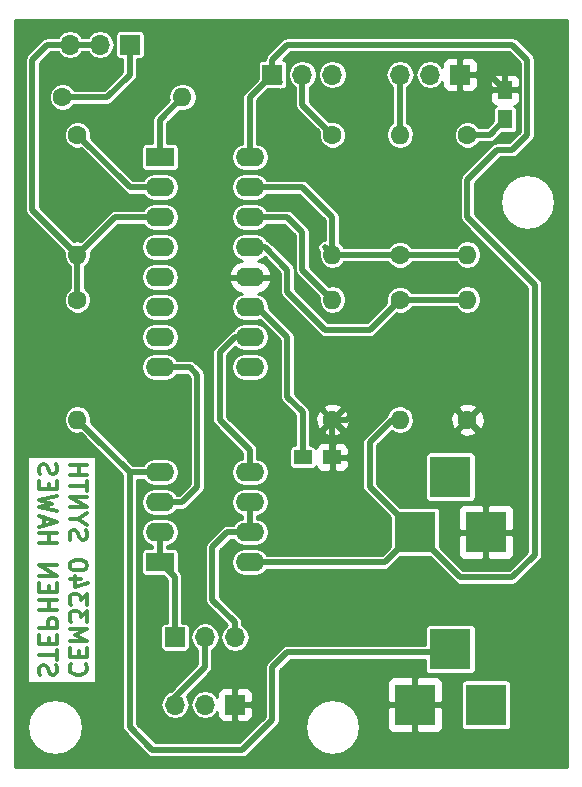
<source format=gbr>
G04 #@! TF.FileFunction,Copper,L2,Bot,Signal*
%FSLAX46Y46*%
G04 Gerber Fmt 4.6, Leading zero omitted, Abs format (unit mm)*
G04 Created by KiCad (PCBNEW 4.0.5) date Monday, October 01, 2018 'PMt' 09:05:40 PM*
%MOMM*%
%LPD*%
G01*
G04 APERTURE LIST*
%ADD10C,0.100000*%
%ADD11C,0.300000*%
%ADD12R,1.500000X1.250000*%
%ADD13R,1.250000X1.500000*%
%ADD14R,1.700000X1.700000*%
%ADD15O,1.700000X1.700000*%
%ADD16R,3.500000X3.500000*%
%ADD17C,1.600000*%
%ADD18O,1.600000X1.600000*%
%ADD19R,2.400000X1.600000*%
%ADD20O,2.400000X1.600000*%
%ADD21C,0.508000*%
%ADD22C,0.254000*%
G04 APERTURE END LIST*
D10*
D11*
X193779286Y-136269999D02*
X193707857Y-136341428D01*
X193636429Y-136555714D01*
X193636429Y-136698571D01*
X193707857Y-136912856D01*
X193850714Y-137055714D01*
X193993571Y-137127142D01*
X194279286Y-137198571D01*
X194493571Y-137198571D01*
X194779286Y-137127142D01*
X194922143Y-137055714D01*
X195065000Y-136912856D01*
X195136429Y-136698571D01*
X195136429Y-136555714D01*
X195065000Y-136341428D01*
X194993571Y-136269999D01*
X194422143Y-135627142D02*
X194422143Y-135127142D01*
X193636429Y-134912856D02*
X193636429Y-135627142D01*
X195136429Y-135627142D01*
X195136429Y-134912856D01*
X193636429Y-134269999D02*
X195136429Y-134269999D01*
X194065000Y-133769999D01*
X195136429Y-133269999D01*
X193636429Y-133269999D01*
X195136429Y-132698570D02*
X195136429Y-131769999D01*
X194565000Y-132269999D01*
X194565000Y-132055713D01*
X194493571Y-131912856D01*
X194422143Y-131841427D01*
X194279286Y-131769999D01*
X193922143Y-131769999D01*
X193779286Y-131841427D01*
X193707857Y-131912856D01*
X193636429Y-132055713D01*
X193636429Y-132484285D01*
X193707857Y-132627142D01*
X193779286Y-132698570D01*
X195136429Y-131269999D02*
X195136429Y-130341428D01*
X194565000Y-130841428D01*
X194565000Y-130627142D01*
X194493571Y-130484285D01*
X194422143Y-130412856D01*
X194279286Y-130341428D01*
X193922143Y-130341428D01*
X193779286Y-130412856D01*
X193707857Y-130484285D01*
X193636429Y-130627142D01*
X193636429Y-131055714D01*
X193707857Y-131198571D01*
X193779286Y-131269999D01*
X194636429Y-129055714D02*
X193636429Y-129055714D01*
X195207857Y-129412857D02*
X194136429Y-129770000D01*
X194136429Y-128841428D01*
X195136429Y-127984286D02*
X195136429Y-127841429D01*
X195065000Y-127698572D01*
X194993571Y-127627143D01*
X194850714Y-127555714D01*
X194565000Y-127484286D01*
X194207857Y-127484286D01*
X193922143Y-127555714D01*
X193779286Y-127627143D01*
X193707857Y-127698572D01*
X193636429Y-127841429D01*
X193636429Y-127984286D01*
X193707857Y-128127143D01*
X193779286Y-128198572D01*
X193922143Y-128270000D01*
X194207857Y-128341429D01*
X194565000Y-128341429D01*
X194850714Y-128270000D01*
X194993571Y-128198572D01*
X195065000Y-128127143D01*
X195136429Y-127984286D01*
X193707857Y-125770001D02*
X193636429Y-125555715D01*
X193636429Y-125198572D01*
X193707857Y-125055715D01*
X193779286Y-124984286D01*
X193922143Y-124912858D01*
X194065000Y-124912858D01*
X194207857Y-124984286D01*
X194279286Y-125055715D01*
X194350714Y-125198572D01*
X194422143Y-125484286D01*
X194493571Y-125627144D01*
X194565000Y-125698572D01*
X194707857Y-125770001D01*
X194850714Y-125770001D01*
X194993571Y-125698572D01*
X195065000Y-125627144D01*
X195136429Y-125484286D01*
X195136429Y-125127144D01*
X195065000Y-124912858D01*
X194350714Y-123984287D02*
X193636429Y-123984287D01*
X195136429Y-124484287D02*
X194350714Y-123984287D01*
X195136429Y-123484287D01*
X193636429Y-122984287D02*
X195136429Y-122984287D01*
X193636429Y-122127144D01*
X195136429Y-122127144D01*
X195136429Y-121627144D02*
X195136429Y-120770001D01*
X193636429Y-121198572D02*
X195136429Y-121198572D01*
X193636429Y-120270001D02*
X195136429Y-120270001D01*
X194422143Y-120270001D02*
X194422143Y-119412858D01*
X193636429Y-119412858D02*
X195136429Y-119412858D01*
X191157857Y-137198572D02*
X191086429Y-136984286D01*
X191086429Y-136627143D01*
X191157857Y-136484286D01*
X191229286Y-136412857D01*
X191372143Y-136341429D01*
X191515000Y-136341429D01*
X191657857Y-136412857D01*
X191729286Y-136484286D01*
X191800714Y-136627143D01*
X191872143Y-136912857D01*
X191943571Y-137055715D01*
X192015000Y-137127143D01*
X192157857Y-137198572D01*
X192300714Y-137198572D01*
X192443571Y-137127143D01*
X192515000Y-137055715D01*
X192586429Y-136912857D01*
X192586429Y-136555715D01*
X192515000Y-136341429D01*
X192586429Y-135912858D02*
X192586429Y-135055715D01*
X191086429Y-135484286D02*
X192586429Y-135484286D01*
X191872143Y-134555715D02*
X191872143Y-134055715D01*
X191086429Y-133841429D02*
X191086429Y-134555715D01*
X192586429Y-134555715D01*
X192586429Y-133841429D01*
X191086429Y-133198572D02*
X192586429Y-133198572D01*
X192586429Y-132627144D01*
X192515000Y-132484286D01*
X192443571Y-132412858D01*
X192300714Y-132341429D01*
X192086429Y-132341429D01*
X191943571Y-132412858D01*
X191872143Y-132484286D01*
X191800714Y-132627144D01*
X191800714Y-133198572D01*
X191086429Y-131698572D02*
X192586429Y-131698572D01*
X191872143Y-131698572D02*
X191872143Y-130841429D01*
X191086429Y-130841429D02*
X192586429Y-130841429D01*
X191872143Y-130127143D02*
X191872143Y-129627143D01*
X191086429Y-129412857D02*
X191086429Y-130127143D01*
X192586429Y-130127143D01*
X192586429Y-129412857D01*
X191086429Y-128770000D02*
X192586429Y-128770000D01*
X191086429Y-127912857D01*
X192586429Y-127912857D01*
X191086429Y-126055714D02*
X192586429Y-126055714D01*
X191872143Y-126055714D02*
X191872143Y-125198571D01*
X191086429Y-125198571D02*
X192586429Y-125198571D01*
X191515000Y-124555714D02*
X191515000Y-123841428D01*
X191086429Y-124698571D02*
X192586429Y-124198571D01*
X191086429Y-123698571D01*
X192586429Y-123341428D02*
X191086429Y-122984285D01*
X192157857Y-122698571D01*
X191086429Y-122412857D01*
X192586429Y-122055714D01*
X191872143Y-121484285D02*
X191872143Y-120984285D01*
X191086429Y-120769999D02*
X191086429Y-121484285D01*
X192586429Y-121484285D01*
X192586429Y-120769999D01*
X191157857Y-120198571D02*
X191086429Y-119984285D01*
X191086429Y-119627142D01*
X191157857Y-119484285D01*
X191229286Y-119412856D01*
X191372143Y-119341428D01*
X191515000Y-119341428D01*
X191657857Y-119412856D01*
X191729286Y-119484285D01*
X191800714Y-119627142D01*
X191872143Y-119912856D01*
X191943571Y-120055714D01*
X192015000Y-120127142D01*
X192157857Y-120198571D01*
X192300714Y-120198571D01*
X192443571Y-120127142D01*
X192515000Y-120055714D01*
X192586429Y-119912856D01*
X192586429Y-119555714D01*
X192515000Y-119341428D01*
D12*
X215880000Y-118745000D03*
X213380000Y-118745000D03*
D13*
X230505000Y-90150000D03*
X230505000Y-87650000D03*
D14*
X226695000Y-86360000D03*
D15*
X224155000Y-86360000D03*
X221615000Y-86360000D03*
D14*
X207645000Y-139700000D03*
D15*
X205105000Y-139700000D03*
X202565000Y-139700000D03*
D16*
X222885000Y-125095000D03*
X228885000Y-125095000D03*
X225885000Y-120395000D03*
X222885000Y-139700000D03*
X228885000Y-139700000D03*
X225885000Y-135000000D03*
D17*
X194310000Y-105410000D03*
D18*
X194310000Y-115570000D03*
D17*
X194310000Y-91440000D03*
D18*
X194310000Y-101600000D03*
D17*
X193040000Y-88265000D03*
D18*
X203200000Y-88265000D03*
D17*
X221615000Y-101600000D03*
D18*
X221615000Y-91440000D03*
D17*
X215900000Y-115570000D03*
D18*
X215900000Y-105410000D03*
D17*
X215900000Y-91440000D03*
D18*
X215900000Y-101600000D03*
D17*
X221615000Y-105410000D03*
D18*
X221615000Y-115570000D03*
D17*
X227330000Y-115570000D03*
D18*
X227330000Y-105410000D03*
D17*
X227330000Y-91440000D03*
D18*
X227330000Y-101600000D03*
D14*
X210820000Y-86360000D03*
D15*
X213360000Y-86360000D03*
X215900000Y-86360000D03*
D14*
X202565000Y-133985000D03*
D15*
X205105000Y-133985000D03*
X207645000Y-133985000D03*
D14*
X198755000Y-83820000D03*
D15*
X196215000Y-83820000D03*
X193675000Y-83820000D03*
D19*
X201295000Y-127635000D03*
D20*
X208915000Y-120015000D03*
X201295000Y-125095000D03*
X208915000Y-122555000D03*
X201295000Y-122555000D03*
X208915000Y-125095000D03*
X201295000Y-120015000D03*
X208915000Y-127635000D03*
D19*
X201295000Y-93345000D03*
D20*
X208915000Y-111125000D03*
X201295000Y-95885000D03*
X208915000Y-108585000D03*
X201295000Y-98425000D03*
X208915000Y-106045000D03*
X201295000Y-100965000D03*
X208915000Y-103505000D03*
X201295000Y-103505000D03*
X208915000Y-100965000D03*
X201295000Y-106045000D03*
X208915000Y-98425000D03*
X201295000Y-108585000D03*
X208915000Y-95885000D03*
X201295000Y-111125000D03*
X208915000Y-93345000D03*
D21*
X226695000Y-86360000D02*
X229215000Y-86360000D01*
X229215000Y-86360000D02*
X230505000Y-87650000D01*
X228885000Y-125095000D02*
X228885000Y-117125000D01*
X228885000Y-117125000D02*
X227330000Y-115570000D01*
X215900000Y-115570000D02*
X217170000Y-115570000D01*
X224790000Y-113030000D02*
X227330000Y-115570000D01*
X219710000Y-113030000D02*
X224790000Y-113030000D01*
X217170000Y-115570000D02*
X219710000Y-113030000D01*
X215880000Y-118745000D02*
X215880000Y-115590000D01*
X215880000Y-115590000D02*
X215900000Y-115570000D01*
X212090000Y-113665000D02*
X213380000Y-114955000D01*
X213380000Y-118745000D02*
X213380000Y-114955000D01*
X212090000Y-108585000D02*
X212090000Y-113665000D01*
X211455000Y-107950000D02*
X209550000Y-106045000D01*
X211455000Y-107950000D02*
X212090000Y-108585000D01*
X208915000Y-106045000D02*
X209550000Y-106045000D01*
X227330000Y-91440000D02*
X229215000Y-91440000D01*
X229215000Y-91440000D02*
X230505000Y-90150000D01*
X221615000Y-91440000D02*
X221615000Y-86360000D01*
X202565000Y-139700000D02*
X202565000Y-139065000D01*
X202565000Y-139065000D02*
X205105000Y-136525000D01*
X205105000Y-136525000D02*
X205105000Y-133985000D01*
X208915000Y-93345000D02*
X208915000Y-88265000D01*
X208915000Y-88265000D02*
X210820000Y-86360000D01*
X210820000Y-86360000D02*
X210820000Y-85090000D01*
X233045000Y-118745000D02*
X233045000Y-127000000D01*
X226695000Y-128905000D02*
X222885000Y-125095000D01*
X231140000Y-128905000D02*
X226695000Y-128905000D01*
X233045000Y-127000000D02*
X231140000Y-128905000D01*
X227330000Y-95250000D02*
X227330000Y-98425000D01*
X227330000Y-98425000D02*
X233045000Y-104140000D01*
X233045000Y-104140000D02*
X233045000Y-118745000D01*
X229870000Y-92710000D02*
X227330000Y-95250000D01*
X231140000Y-92710000D02*
X229870000Y-92710000D01*
X232410000Y-91440000D02*
X231140000Y-92710000D01*
X232410000Y-85090000D02*
X232410000Y-91440000D01*
X231140000Y-83820000D02*
X232410000Y-85090000D01*
X212090000Y-83820000D02*
X231140000Y-83820000D01*
X210820000Y-85090000D02*
X212090000Y-83820000D01*
X208915000Y-127635000D02*
X220345000Y-127635000D01*
X220345000Y-127635000D02*
X222885000Y-125095000D01*
X221615000Y-115570000D02*
X220980000Y-115570000D01*
X220980000Y-115570000D02*
X219075000Y-117475000D01*
X219075000Y-117475000D02*
X219075000Y-121285000D01*
X219075000Y-121285000D02*
X222885000Y-125095000D01*
X211455000Y-86995000D02*
X210820000Y-86360000D01*
X220980000Y-127000000D02*
X222885000Y-125095000D01*
X208280000Y-143510000D02*
X210820000Y-140970000D01*
X212090000Y-135255000D02*
X221615000Y-135255000D01*
X210820000Y-136525000D02*
X212090000Y-135255000D01*
X210820000Y-140970000D02*
X210820000Y-136525000D01*
X198755000Y-120015000D02*
X198755000Y-141605000D01*
X200660000Y-143510000D02*
X208280000Y-143510000D01*
X198755000Y-141605000D02*
X200660000Y-143510000D01*
X201295000Y-120015000D02*
X198755000Y-120015000D01*
X198755000Y-120015000D02*
X195580000Y-116840000D01*
X225630000Y-135255000D02*
X221615000Y-135255000D01*
X225630000Y-135255000D02*
X225885000Y-135000000D01*
X195580000Y-116840000D02*
X194310000Y-115570000D01*
X190500000Y-85090000D02*
X190500000Y-97790000D01*
X194310000Y-101600000D02*
X190500000Y-97790000D01*
X191770000Y-83820000D02*
X196215000Y-83820000D01*
X190500000Y-85090000D02*
X191770000Y-83820000D01*
X196215000Y-83820000D02*
X193675000Y-83820000D01*
X194310000Y-105410000D02*
X194310000Y-101600000D01*
X194310000Y-101600000D02*
X197485000Y-98425000D01*
X197485000Y-98425000D02*
X201295000Y-98425000D01*
X201295000Y-95885000D02*
X198755000Y-95885000D01*
X198755000Y-95885000D02*
X194310000Y-91440000D01*
X193040000Y-88265000D02*
X196850000Y-88265000D01*
X198755000Y-86360000D02*
X198755000Y-83820000D01*
X196850000Y-88265000D02*
X198755000Y-86360000D01*
X201295000Y-93345000D02*
X201295000Y-90170000D01*
X201295000Y-90170000D02*
X203200000Y-88265000D01*
X215900000Y-101600000D02*
X215900000Y-98425000D01*
X213360000Y-95885000D02*
X208915000Y-95885000D01*
X215900000Y-98425000D02*
X213360000Y-95885000D01*
X215265000Y-100965000D02*
X215900000Y-101600000D01*
X215900000Y-101600000D02*
X221615000Y-101600000D01*
X221615000Y-101600000D02*
X227330000Y-101600000D01*
X215900000Y-105410000D02*
X213360000Y-102870000D01*
X212090000Y-98425000D02*
X208915000Y-98425000D01*
X213360000Y-99695000D02*
X212090000Y-98425000D01*
X213360000Y-102870000D02*
X213360000Y-99695000D01*
X215900000Y-91440000D02*
X213360000Y-88900000D01*
X213360000Y-88900000D02*
X213360000Y-86360000D01*
X208915000Y-100965000D02*
X210185000Y-100965000D01*
X219075000Y-107950000D02*
X221615000Y-105410000D01*
X215265000Y-107950000D02*
X219075000Y-107950000D01*
X212090000Y-104775000D02*
X215265000Y-107950000D01*
X212090000Y-102870000D02*
X212090000Y-104775000D01*
X210185000Y-100965000D02*
X212090000Y-102870000D01*
X227330000Y-105410000D02*
X221615000Y-105410000D01*
X202565000Y-133985000D02*
X202565000Y-128905000D01*
X202565000Y-128905000D02*
X201295000Y-127635000D01*
X201295000Y-125095000D02*
X201295000Y-127635000D01*
X208915000Y-122555000D02*
X208915000Y-125095000D01*
X208915000Y-125095000D02*
X207010000Y-125095000D01*
X205740000Y-126365000D02*
X205740000Y-130810000D01*
X207010000Y-125095000D02*
X205740000Y-126365000D01*
X205740000Y-130810000D02*
X207645000Y-132715000D01*
X207645000Y-132715000D02*
X207645000Y-133985000D01*
X201295000Y-122555000D02*
X203200000Y-122555000D01*
X204470000Y-111760000D02*
X203835000Y-111125000D01*
X203835000Y-111125000D02*
X201295000Y-111125000D01*
X204470000Y-121285000D02*
X204470000Y-111760000D01*
X203200000Y-122555000D02*
X204470000Y-121285000D01*
X206375000Y-109855000D02*
X207645000Y-108585000D01*
X208915000Y-120015000D02*
X208915000Y-118110000D01*
X208915000Y-118110000D02*
X206375000Y-115570000D01*
X206375000Y-115570000D02*
X206375000Y-109855000D01*
X207645000Y-108585000D02*
X208915000Y-108585000D01*
D22*
G36*
X235764000Y-144959000D02*
X189051000Y-144959000D01*
X189051000Y-141605000D01*
X190044000Y-141605000D01*
X190223720Y-142508516D01*
X190735521Y-143274479D01*
X191501484Y-143786280D01*
X192405000Y-143966000D01*
X193308516Y-143786280D01*
X194074479Y-143274479D01*
X194586280Y-142508516D01*
X194766000Y-141605000D01*
X194586280Y-140701484D01*
X194074479Y-139935521D01*
X193308516Y-139423720D01*
X192405000Y-139244000D01*
X191501484Y-139423720D01*
X190735521Y-139935521D01*
X190223720Y-140701484D01*
X190044000Y-141605000D01*
X189051000Y-141605000D01*
X189051000Y-118674714D01*
X190034000Y-118674714D01*
X190034000Y-137865286D01*
X195896000Y-137865286D01*
X195896000Y-118674714D01*
X190034000Y-118674714D01*
X189051000Y-118674714D01*
X189051000Y-115546863D01*
X193129000Y-115546863D01*
X193129000Y-115593137D01*
X193218898Y-116045086D01*
X193474907Y-116428230D01*
X193858051Y-116684239D01*
X194310000Y-116774137D01*
X194565324Y-116723350D01*
X198120000Y-120278026D01*
X198120000Y-141605000D01*
X198168336Y-141848004D01*
X198305987Y-142054013D01*
X200210987Y-143959013D01*
X200416996Y-144096664D01*
X200660000Y-144145000D01*
X208280000Y-144145000D01*
X208523004Y-144096664D01*
X208729013Y-143959013D01*
X211083025Y-141605000D01*
X213539000Y-141605000D01*
X213718720Y-142508516D01*
X214230521Y-143274479D01*
X214996484Y-143786280D01*
X215900000Y-143966000D01*
X216803516Y-143786280D01*
X217569479Y-143274479D01*
X218081280Y-142508516D01*
X218261000Y-141605000D01*
X218081280Y-140701484D01*
X217603042Y-139985750D01*
X220500000Y-139985750D01*
X220500000Y-141576310D01*
X220596673Y-141809699D01*
X220775302Y-141988327D01*
X221008691Y-142085000D01*
X222599250Y-142085000D01*
X222758000Y-141926250D01*
X222758000Y-139827000D01*
X223012000Y-139827000D01*
X223012000Y-141926250D01*
X223170750Y-142085000D01*
X224761309Y-142085000D01*
X224994698Y-141988327D01*
X225173327Y-141809699D01*
X225270000Y-141576310D01*
X225270000Y-139985750D01*
X225111250Y-139827000D01*
X223012000Y-139827000D01*
X222758000Y-139827000D01*
X220658750Y-139827000D01*
X220500000Y-139985750D01*
X217603042Y-139985750D01*
X217569479Y-139935521D01*
X216803516Y-139423720D01*
X215900000Y-139244000D01*
X214996484Y-139423720D01*
X214230521Y-139935521D01*
X213718720Y-140701484D01*
X213539000Y-141605000D01*
X211083025Y-141605000D01*
X211269010Y-141419015D01*
X211269013Y-141419013D01*
X211351528Y-141295520D01*
X211406664Y-141213005D01*
X211455000Y-140970000D01*
X211455000Y-137823690D01*
X220500000Y-137823690D01*
X220500000Y-139414250D01*
X220658750Y-139573000D01*
X222758000Y-139573000D01*
X222758000Y-137473750D01*
X223012000Y-137473750D01*
X223012000Y-139573000D01*
X225111250Y-139573000D01*
X225270000Y-139414250D01*
X225270000Y-137950000D01*
X226746536Y-137950000D01*
X226746536Y-141450000D01*
X226773103Y-141591190D01*
X226856546Y-141720865D01*
X226983866Y-141807859D01*
X227135000Y-141838464D01*
X230635000Y-141838464D01*
X230776190Y-141811897D01*
X230905865Y-141728454D01*
X230992859Y-141601134D01*
X231023464Y-141450000D01*
X231023464Y-137950000D01*
X230996897Y-137808810D01*
X230913454Y-137679135D01*
X230786134Y-137592141D01*
X230635000Y-137561536D01*
X227135000Y-137561536D01*
X226993810Y-137588103D01*
X226864135Y-137671546D01*
X226777141Y-137798866D01*
X226746536Y-137950000D01*
X225270000Y-137950000D01*
X225270000Y-137823690D01*
X225173327Y-137590301D01*
X224994698Y-137411673D01*
X224761309Y-137315000D01*
X223170750Y-137315000D01*
X223012000Y-137473750D01*
X222758000Y-137473750D01*
X222599250Y-137315000D01*
X221008691Y-137315000D01*
X220775302Y-137411673D01*
X220596673Y-137590301D01*
X220500000Y-137823690D01*
X211455000Y-137823690D01*
X211455000Y-136788026D01*
X212353026Y-135890000D01*
X223746536Y-135890000D01*
X223746536Y-136750000D01*
X223773103Y-136891190D01*
X223856546Y-137020865D01*
X223983866Y-137107859D01*
X224135000Y-137138464D01*
X227635000Y-137138464D01*
X227776190Y-137111897D01*
X227905865Y-137028454D01*
X227992859Y-136901134D01*
X228023464Y-136750000D01*
X228023464Y-133250000D01*
X227996897Y-133108810D01*
X227913454Y-132979135D01*
X227786134Y-132892141D01*
X227635000Y-132861536D01*
X224135000Y-132861536D01*
X223993810Y-132888103D01*
X223864135Y-132971546D01*
X223777141Y-133098866D01*
X223746536Y-133250000D01*
X223746536Y-134620000D01*
X212090000Y-134620000D01*
X211846996Y-134668336D01*
X211640987Y-134805987D01*
X210370987Y-136075987D01*
X210233336Y-136281996D01*
X210185000Y-136525000D01*
X210185000Y-140706975D01*
X208016974Y-142875000D01*
X200923026Y-142875000D01*
X199390000Y-141341974D01*
X199390000Y-139675883D01*
X201334000Y-139675883D01*
X201334000Y-139724117D01*
X201427704Y-140195200D01*
X201694552Y-140594565D01*
X202093917Y-140861413D01*
X202565000Y-140955117D01*
X203036083Y-140861413D01*
X203435448Y-140594565D01*
X203702296Y-140195200D01*
X203796000Y-139724117D01*
X203796000Y-139675883D01*
X203874000Y-139675883D01*
X203874000Y-139724117D01*
X203967704Y-140195200D01*
X204234552Y-140594565D01*
X204633917Y-140861413D01*
X205105000Y-140955117D01*
X205576083Y-140861413D01*
X205975448Y-140594565D01*
X206160000Y-140318364D01*
X206160000Y-140676309D01*
X206256673Y-140909698D01*
X206435301Y-141088327D01*
X206668690Y-141185000D01*
X207359250Y-141185000D01*
X207518000Y-141026250D01*
X207518000Y-139827000D01*
X207772000Y-139827000D01*
X207772000Y-141026250D01*
X207930750Y-141185000D01*
X208621310Y-141185000D01*
X208854699Y-141088327D01*
X209033327Y-140909698D01*
X209130000Y-140676309D01*
X209130000Y-139985750D01*
X208971250Y-139827000D01*
X207772000Y-139827000D01*
X207518000Y-139827000D01*
X207498000Y-139827000D01*
X207498000Y-139573000D01*
X207518000Y-139573000D01*
X207518000Y-138373750D01*
X207772000Y-138373750D01*
X207772000Y-139573000D01*
X208971250Y-139573000D01*
X209130000Y-139414250D01*
X209130000Y-138723691D01*
X209033327Y-138490302D01*
X208854699Y-138311673D01*
X208621310Y-138215000D01*
X207930750Y-138215000D01*
X207772000Y-138373750D01*
X207518000Y-138373750D01*
X207359250Y-138215000D01*
X206668690Y-138215000D01*
X206435301Y-138311673D01*
X206256673Y-138490302D01*
X206160000Y-138723691D01*
X206160000Y-139081636D01*
X205975448Y-138805435D01*
X205576083Y-138538587D01*
X205105000Y-138444883D01*
X204633917Y-138538587D01*
X204234552Y-138805435D01*
X203967704Y-139204800D01*
X203874000Y-139675883D01*
X203796000Y-139675883D01*
X203702296Y-139204800D01*
X203550461Y-138977564D01*
X205554010Y-136974015D01*
X205554013Y-136974013D01*
X205636528Y-136850520D01*
X205691664Y-136768005D01*
X205740000Y-136525000D01*
X205740000Y-135036887D01*
X205975448Y-134879565D01*
X206242296Y-134480200D01*
X206336000Y-134009117D01*
X206336000Y-133960883D01*
X206242296Y-133489800D01*
X205975448Y-133090435D01*
X205576083Y-132823587D01*
X205105000Y-132729883D01*
X204633917Y-132823587D01*
X204234552Y-133090435D01*
X203967704Y-133489800D01*
X203874000Y-133960883D01*
X203874000Y-134009117D01*
X203967704Y-134480200D01*
X204234552Y-134879565D01*
X204470000Y-135036887D01*
X204470000Y-136261975D01*
X202218086Y-138513888D01*
X202093917Y-138538587D01*
X201694552Y-138805435D01*
X201427704Y-139204800D01*
X201334000Y-139675883D01*
X199390000Y-139675883D01*
X199390000Y-125095000D01*
X199683026Y-125095000D01*
X199772924Y-125546949D01*
X200028933Y-125930093D01*
X200412077Y-126186102D01*
X200660000Y-126235417D01*
X200660000Y-126446536D01*
X200095000Y-126446536D01*
X199953810Y-126473103D01*
X199824135Y-126556546D01*
X199737141Y-126683866D01*
X199706536Y-126835000D01*
X199706536Y-128435000D01*
X199733103Y-128576190D01*
X199816546Y-128705865D01*
X199943866Y-128792859D01*
X200095000Y-128823464D01*
X201585438Y-128823464D01*
X201930000Y-129168026D01*
X201930000Y-132746536D01*
X201715000Y-132746536D01*
X201573810Y-132773103D01*
X201444135Y-132856546D01*
X201357141Y-132983866D01*
X201326536Y-133135000D01*
X201326536Y-134835000D01*
X201353103Y-134976190D01*
X201436546Y-135105865D01*
X201563866Y-135192859D01*
X201715000Y-135223464D01*
X203415000Y-135223464D01*
X203556190Y-135196897D01*
X203685865Y-135113454D01*
X203772859Y-134986134D01*
X203803464Y-134835000D01*
X203803464Y-133135000D01*
X203776897Y-132993810D01*
X203693454Y-132864135D01*
X203566134Y-132777141D01*
X203415000Y-132746536D01*
X203200000Y-132746536D01*
X203200000Y-128905000D01*
X203151664Y-128661996D01*
X203014013Y-128455987D01*
X202883464Y-128325438D01*
X202883464Y-126835000D01*
X202856897Y-126693810D01*
X202773454Y-126564135D01*
X202646134Y-126477141D01*
X202495000Y-126446536D01*
X201930000Y-126446536D01*
X201930000Y-126365000D01*
X205105000Y-126365000D01*
X205105000Y-130810000D01*
X205153336Y-131053004D01*
X205290987Y-131259013D01*
X206983077Y-132951103D01*
X206774552Y-133090435D01*
X206507704Y-133489800D01*
X206414000Y-133960883D01*
X206414000Y-134009117D01*
X206507704Y-134480200D01*
X206774552Y-134879565D01*
X207173917Y-135146413D01*
X207645000Y-135240117D01*
X208116083Y-135146413D01*
X208515448Y-134879565D01*
X208782296Y-134480200D01*
X208876000Y-134009117D01*
X208876000Y-133960883D01*
X208782296Y-133489800D01*
X208515448Y-133090435D01*
X208280000Y-132933113D01*
X208280000Y-132715000D01*
X208231664Y-132471996D01*
X208094013Y-132265987D01*
X206375000Y-130546974D01*
X206375000Y-126628026D01*
X207273026Y-125730000D01*
X207515235Y-125730000D01*
X207648933Y-125930093D01*
X208032077Y-126186102D01*
X208484026Y-126276000D01*
X209345974Y-126276000D01*
X209797923Y-126186102D01*
X210181067Y-125930093D01*
X210437076Y-125546949D01*
X210526974Y-125095000D01*
X210437076Y-124643051D01*
X210181067Y-124259907D01*
X209797923Y-124003898D01*
X209550000Y-123954583D01*
X209550000Y-123695417D01*
X209797923Y-123646102D01*
X210181067Y-123390093D01*
X210437076Y-123006949D01*
X210526974Y-122555000D01*
X210437076Y-122103051D01*
X210181067Y-121719907D01*
X209797923Y-121463898D01*
X209345974Y-121374000D01*
X208484026Y-121374000D01*
X208032077Y-121463898D01*
X207648933Y-121719907D01*
X207392924Y-122103051D01*
X207303026Y-122555000D01*
X207392924Y-123006949D01*
X207648933Y-123390093D01*
X208032077Y-123646102D01*
X208280000Y-123695417D01*
X208280000Y-123954583D01*
X208032077Y-124003898D01*
X207648933Y-124259907D01*
X207515235Y-124460000D01*
X207010000Y-124460000D01*
X206766996Y-124508336D01*
X206560987Y-124645987D01*
X205290987Y-125915987D01*
X205153336Y-126121996D01*
X205105000Y-126365000D01*
X201930000Y-126365000D01*
X201930000Y-126235417D01*
X202177923Y-126186102D01*
X202561067Y-125930093D01*
X202817076Y-125546949D01*
X202906974Y-125095000D01*
X202817076Y-124643051D01*
X202561067Y-124259907D01*
X202177923Y-124003898D01*
X201725974Y-123914000D01*
X200864026Y-123914000D01*
X200412077Y-124003898D01*
X200028933Y-124259907D01*
X199772924Y-124643051D01*
X199683026Y-125095000D01*
X199390000Y-125095000D01*
X199390000Y-120650000D01*
X199895235Y-120650000D01*
X200028933Y-120850093D01*
X200412077Y-121106102D01*
X200864026Y-121196000D01*
X201725974Y-121196000D01*
X202177923Y-121106102D01*
X202561067Y-120850093D01*
X202817076Y-120466949D01*
X202906974Y-120015000D01*
X202817076Y-119563051D01*
X202561067Y-119179907D01*
X202177923Y-118923898D01*
X201725974Y-118834000D01*
X200864026Y-118834000D01*
X200412077Y-118923898D01*
X200028933Y-119179907D01*
X199895235Y-119380000D01*
X199018026Y-119380000D01*
X195447890Y-115809864D01*
X195491000Y-115593137D01*
X195491000Y-115546863D01*
X195401102Y-115094914D01*
X195145093Y-114711770D01*
X194761949Y-114455761D01*
X194310000Y-114365863D01*
X193858051Y-114455761D01*
X193474907Y-114711770D01*
X193218898Y-115094914D01*
X193129000Y-115546863D01*
X189051000Y-115546863D01*
X189051000Y-111125000D01*
X199683026Y-111125000D01*
X199772924Y-111576949D01*
X200028933Y-111960093D01*
X200412077Y-112216102D01*
X200864026Y-112306000D01*
X201725974Y-112306000D01*
X202177923Y-112216102D01*
X202561067Y-111960093D01*
X202694765Y-111760000D01*
X203571974Y-111760000D01*
X203835000Y-112023026D01*
X203835000Y-121021974D01*
X202936974Y-121920000D01*
X202694765Y-121920000D01*
X202561067Y-121719907D01*
X202177923Y-121463898D01*
X201725974Y-121374000D01*
X200864026Y-121374000D01*
X200412077Y-121463898D01*
X200028933Y-121719907D01*
X199772924Y-122103051D01*
X199683026Y-122555000D01*
X199772924Y-123006949D01*
X200028933Y-123390093D01*
X200412077Y-123646102D01*
X200864026Y-123736000D01*
X201725974Y-123736000D01*
X202177923Y-123646102D01*
X202561067Y-123390093D01*
X202694765Y-123190000D01*
X203200000Y-123190000D01*
X203443004Y-123141664D01*
X203649013Y-123004013D01*
X204919013Y-121734013D01*
X205056664Y-121528004D01*
X205105000Y-121285000D01*
X205105000Y-111760005D01*
X205105001Y-111760000D01*
X205056664Y-111516996D01*
X204919013Y-111310987D01*
X204284013Y-110675987D01*
X204078004Y-110538336D01*
X203835000Y-110490000D01*
X202694765Y-110490000D01*
X202561067Y-110289907D01*
X202177923Y-110033898D01*
X201725974Y-109944000D01*
X200864026Y-109944000D01*
X200412077Y-110033898D01*
X200028933Y-110289907D01*
X199772924Y-110673051D01*
X199683026Y-111125000D01*
X189051000Y-111125000D01*
X189051000Y-109855000D01*
X205740000Y-109855000D01*
X205740000Y-115570000D01*
X205788336Y-115813004D01*
X205925987Y-116019013D01*
X208280000Y-118373025D01*
X208280000Y-118874583D01*
X208032077Y-118923898D01*
X207648933Y-119179907D01*
X207392924Y-119563051D01*
X207303026Y-120015000D01*
X207392924Y-120466949D01*
X207648933Y-120850093D01*
X208032077Y-121106102D01*
X208484026Y-121196000D01*
X209345974Y-121196000D01*
X209797923Y-121106102D01*
X210181067Y-120850093D01*
X210437076Y-120466949D01*
X210526974Y-120015000D01*
X210437076Y-119563051D01*
X210181067Y-119179907D01*
X209797923Y-118923898D01*
X209550000Y-118874583D01*
X209550000Y-118110000D01*
X209501664Y-117866995D01*
X209431602Y-117762141D01*
X209364013Y-117660987D01*
X209364010Y-117660985D01*
X207010000Y-115306974D01*
X207010000Y-111125000D01*
X207303026Y-111125000D01*
X207392924Y-111576949D01*
X207648933Y-111960093D01*
X208032077Y-112216102D01*
X208484026Y-112306000D01*
X209345974Y-112306000D01*
X209797923Y-112216102D01*
X210181067Y-111960093D01*
X210437076Y-111576949D01*
X210526974Y-111125000D01*
X210437076Y-110673051D01*
X210181067Y-110289907D01*
X209797923Y-110033898D01*
X209345974Y-109944000D01*
X208484026Y-109944000D01*
X208032077Y-110033898D01*
X207648933Y-110289907D01*
X207392924Y-110673051D01*
X207303026Y-111125000D01*
X207010000Y-111125000D01*
X207010000Y-110118026D01*
X207684301Y-109443725D01*
X208032077Y-109676102D01*
X208484026Y-109766000D01*
X209345974Y-109766000D01*
X209797923Y-109676102D01*
X210181067Y-109420093D01*
X210437076Y-109036949D01*
X210526974Y-108585000D01*
X210437076Y-108133051D01*
X210181067Y-107749907D01*
X209797923Y-107493898D01*
X209345974Y-107404000D01*
X208484026Y-107404000D01*
X208032077Y-107493898D01*
X207648933Y-107749907D01*
X207495345Y-107979768D01*
X207401996Y-107998336D01*
X207195987Y-108135987D01*
X205925987Y-109405987D01*
X205788336Y-109611996D01*
X205740000Y-109855000D01*
X189051000Y-109855000D01*
X189051000Y-108585000D01*
X199683026Y-108585000D01*
X199772924Y-109036949D01*
X200028933Y-109420093D01*
X200412077Y-109676102D01*
X200864026Y-109766000D01*
X201725974Y-109766000D01*
X202177923Y-109676102D01*
X202561067Y-109420093D01*
X202817076Y-109036949D01*
X202906974Y-108585000D01*
X202817076Y-108133051D01*
X202561067Y-107749907D01*
X202177923Y-107493898D01*
X201725974Y-107404000D01*
X200864026Y-107404000D01*
X200412077Y-107493898D01*
X200028933Y-107749907D01*
X199772924Y-108133051D01*
X199683026Y-108585000D01*
X189051000Y-108585000D01*
X189051000Y-85090000D01*
X189865000Y-85090000D01*
X189865000Y-97790000D01*
X189913336Y-98033004D01*
X190050987Y-98239013D01*
X193172110Y-101360136D01*
X193129000Y-101576863D01*
X193129000Y-101623137D01*
X193218898Y-102075086D01*
X193474907Y-102458230D01*
X193675000Y-102591928D01*
X193675000Y-104394533D01*
X193641891Y-104408213D01*
X193309381Y-104740144D01*
X193129206Y-105174054D01*
X193128796Y-105643885D01*
X193308213Y-106078109D01*
X193640144Y-106410619D01*
X194074054Y-106590794D01*
X194543885Y-106591204D01*
X194978109Y-106411787D01*
X195310619Y-106079856D01*
X195325092Y-106045000D01*
X199683026Y-106045000D01*
X199772924Y-106496949D01*
X200028933Y-106880093D01*
X200412077Y-107136102D01*
X200864026Y-107226000D01*
X201725974Y-107226000D01*
X202177923Y-107136102D01*
X202561067Y-106880093D01*
X202817076Y-106496949D01*
X202906974Y-106045000D01*
X202817076Y-105593051D01*
X202561067Y-105209907D01*
X202177923Y-104953898D01*
X201725974Y-104864000D01*
X200864026Y-104864000D01*
X200412077Y-104953898D01*
X200028933Y-105209907D01*
X199772924Y-105593051D01*
X199683026Y-106045000D01*
X195325092Y-106045000D01*
X195490794Y-105645946D01*
X195491204Y-105176115D01*
X195311787Y-104741891D01*
X194979856Y-104409381D01*
X194945000Y-104394908D01*
X194945000Y-103505000D01*
X199683026Y-103505000D01*
X199772924Y-103956949D01*
X200028933Y-104340093D01*
X200412077Y-104596102D01*
X200864026Y-104686000D01*
X201725974Y-104686000D01*
X202177923Y-104596102D01*
X202561067Y-104340093D01*
X202817076Y-103956949D01*
X202837546Y-103854039D01*
X207123096Y-103854039D01*
X207140633Y-103936819D01*
X207410500Y-104429896D01*
X207848517Y-104782166D01*
X208272228Y-104906129D01*
X208032077Y-104953898D01*
X207648933Y-105209907D01*
X207392924Y-105593051D01*
X207303026Y-106045000D01*
X207392924Y-106496949D01*
X207648933Y-106880093D01*
X208032077Y-107136102D01*
X208484026Y-107226000D01*
X209345974Y-107226000D01*
X209752176Y-107145202D01*
X211455000Y-108848026D01*
X211455000Y-113665000D01*
X211503336Y-113908004D01*
X211640987Y-114114013D01*
X212745000Y-115218025D01*
X212745000Y-117731536D01*
X212630000Y-117731536D01*
X212488810Y-117758103D01*
X212359135Y-117841546D01*
X212272141Y-117968866D01*
X212241536Y-118120000D01*
X212241536Y-119370000D01*
X212268103Y-119511190D01*
X212351546Y-119640865D01*
X212478866Y-119727859D01*
X212630000Y-119758464D01*
X214130000Y-119758464D01*
X214271190Y-119731897D01*
X214400865Y-119648454D01*
X214487859Y-119521134D01*
X214495000Y-119485870D01*
X214495000Y-119496310D01*
X214591673Y-119729699D01*
X214770302Y-119908327D01*
X215003691Y-120005000D01*
X215594250Y-120005000D01*
X215753000Y-119846250D01*
X215753000Y-118872000D01*
X216007000Y-118872000D01*
X216007000Y-119846250D01*
X216165750Y-120005000D01*
X216756309Y-120005000D01*
X216989698Y-119908327D01*
X217168327Y-119729699D01*
X217265000Y-119496310D01*
X217265000Y-119030750D01*
X217106250Y-118872000D01*
X216007000Y-118872000D01*
X215753000Y-118872000D01*
X215733000Y-118872000D01*
X215733000Y-118618000D01*
X215753000Y-118618000D01*
X215753000Y-117643750D01*
X216007000Y-117643750D01*
X216007000Y-118618000D01*
X217106250Y-118618000D01*
X217265000Y-118459250D01*
X217265000Y-117993690D01*
X217168327Y-117760301D01*
X216989698Y-117581673D01*
X216756309Y-117485000D01*
X216165750Y-117485000D01*
X216007000Y-117643750D01*
X215753000Y-117643750D01*
X215594250Y-117485000D01*
X215003691Y-117485000D01*
X214770302Y-117581673D01*
X214591673Y-117760301D01*
X214495000Y-117993690D01*
X214495000Y-117995301D01*
X214491897Y-117978810D01*
X214408454Y-117849135D01*
X214281134Y-117762141D01*
X214130000Y-117731536D01*
X214015000Y-117731536D01*
X214015000Y-116577745D01*
X215071861Y-116577745D01*
X215145995Y-116823864D01*
X215683223Y-117016965D01*
X216253454Y-116989778D01*
X216654005Y-116823864D01*
X216728139Y-116577745D01*
X215900000Y-115749605D01*
X215071861Y-116577745D01*
X214015000Y-116577745D01*
X214015000Y-115353223D01*
X214453035Y-115353223D01*
X214480222Y-115923454D01*
X214646136Y-116324005D01*
X214892255Y-116398139D01*
X215720395Y-115570000D01*
X216079605Y-115570000D01*
X216907745Y-116398139D01*
X217153864Y-116324005D01*
X217346965Y-115786777D01*
X217319778Y-115216546D01*
X217153864Y-114815995D01*
X216907745Y-114741861D01*
X216079605Y-115570000D01*
X215720395Y-115570000D01*
X214892255Y-114741861D01*
X214646136Y-114815995D01*
X214453035Y-115353223D01*
X214015000Y-115353223D01*
X214015000Y-114955000D01*
X214011022Y-114935000D01*
X213966664Y-114711995D01*
X213866610Y-114562255D01*
X215071861Y-114562255D01*
X215900000Y-115390395D01*
X216728139Y-114562255D01*
X216654005Y-114316136D01*
X216116777Y-114123035D01*
X215546546Y-114150222D01*
X215145995Y-114316136D01*
X215071861Y-114562255D01*
X213866610Y-114562255D01*
X213829013Y-114505987D01*
X213829010Y-114505985D01*
X212725000Y-113401974D01*
X212725000Y-108585005D01*
X212725001Y-108585000D01*
X212676664Y-108341996D01*
X212539013Y-108135987D01*
X210513876Y-106110850D01*
X210526974Y-106045000D01*
X210437076Y-105593051D01*
X210181067Y-105209907D01*
X209797923Y-104953898D01*
X209557772Y-104906129D01*
X209981483Y-104782166D01*
X210419500Y-104429896D01*
X210689367Y-103936819D01*
X210706904Y-103854039D01*
X210584915Y-103632000D01*
X209042000Y-103632000D01*
X209042000Y-103652000D01*
X208788000Y-103652000D01*
X208788000Y-103632000D01*
X207245085Y-103632000D01*
X207123096Y-103854039D01*
X202837546Y-103854039D01*
X202906974Y-103505000D01*
X202837547Y-103155961D01*
X207123096Y-103155961D01*
X207245085Y-103378000D01*
X208788000Y-103378000D01*
X208788000Y-103358000D01*
X209042000Y-103358000D01*
X209042000Y-103378000D01*
X210584915Y-103378000D01*
X210706904Y-103155961D01*
X210689367Y-103073181D01*
X210419500Y-102580104D01*
X209981483Y-102227834D01*
X209557772Y-102103871D01*
X209797923Y-102056102D01*
X210145699Y-101823725D01*
X211455000Y-103133026D01*
X211455000Y-104775000D01*
X211503336Y-105018004D01*
X211640987Y-105224013D01*
X214815987Y-108399013D01*
X215021996Y-108536664D01*
X215265000Y-108585000D01*
X219075000Y-108585000D01*
X219318004Y-108536664D01*
X219524013Y-108399013D01*
X221345969Y-106577056D01*
X221379054Y-106590794D01*
X221848885Y-106591204D01*
X222283109Y-106411787D01*
X222615619Y-106079856D01*
X222630092Y-106045000D01*
X226345749Y-106045000D01*
X226494907Y-106268230D01*
X226878051Y-106524239D01*
X227330000Y-106614137D01*
X227781949Y-106524239D01*
X228165093Y-106268230D01*
X228421102Y-105885086D01*
X228511000Y-105433137D01*
X228511000Y-105386863D01*
X228421102Y-104934914D01*
X228165093Y-104551770D01*
X227781949Y-104295761D01*
X227330000Y-104205863D01*
X226878051Y-104295761D01*
X226494907Y-104551770D01*
X226345749Y-104775000D01*
X222630467Y-104775000D01*
X222616787Y-104741891D01*
X222284856Y-104409381D01*
X221850946Y-104229206D01*
X221381115Y-104228796D01*
X220946891Y-104408213D01*
X220614381Y-104740144D01*
X220434206Y-105174054D01*
X220433796Y-105643885D01*
X220448209Y-105678766D01*
X218811974Y-107315000D01*
X215528026Y-107315000D01*
X212725000Y-104511974D01*
X212725000Y-102870000D01*
X212676664Y-102626996D01*
X212539013Y-102420987D01*
X210634013Y-100515987D01*
X210428004Y-100378336D01*
X210334655Y-100359768D01*
X210181067Y-100129907D01*
X209797923Y-99873898D01*
X209345974Y-99784000D01*
X208484026Y-99784000D01*
X208032077Y-99873898D01*
X207648933Y-100129907D01*
X207392924Y-100513051D01*
X207303026Y-100965000D01*
X207392924Y-101416949D01*
X207648933Y-101800093D01*
X208032077Y-102056102D01*
X208272228Y-102103871D01*
X207848517Y-102227834D01*
X207410500Y-102580104D01*
X207140633Y-103073181D01*
X207123096Y-103155961D01*
X202837547Y-103155961D01*
X202817076Y-103053051D01*
X202561067Y-102669907D01*
X202177923Y-102413898D01*
X201725974Y-102324000D01*
X200864026Y-102324000D01*
X200412077Y-102413898D01*
X200028933Y-102669907D01*
X199772924Y-103053051D01*
X199683026Y-103505000D01*
X194945000Y-103505000D01*
X194945000Y-102591928D01*
X195145093Y-102458230D01*
X195401102Y-102075086D01*
X195491000Y-101623137D01*
X195491000Y-101576863D01*
X195447890Y-101360136D01*
X195843026Y-100965000D01*
X199683026Y-100965000D01*
X199772924Y-101416949D01*
X200028933Y-101800093D01*
X200412077Y-102056102D01*
X200864026Y-102146000D01*
X201725974Y-102146000D01*
X202177923Y-102056102D01*
X202561067Y-101800093D01*
X202817076Y-101416949D01*
X202906974Y-100965000D01*
X202817076Y-100513051D01*
X202561067Y-100129907D01*
X202177923Y-99873898D01*
X201725974Y-99784000D01*
X200864026Y-99784000D01*
X200412077Y-99873898D01*
X200028933Y-100129907D01*
X199772924Y-100513051D01*
X199683026Y-100965000D01*
X195843026Y-100965000D01*
X197748026Y-99060000D01*
X199895235Y-99060000D01*
X200028933Y-99260093D01*
X200412077Y-99516102D01*
X200864026Y-99606000D01*
X201725974Y-99606000D01*
X202177923Y-99516102D01*
X202561067Y-99260093D01*
X202817076Y-98876949D01*
X202906974Y-98425000D01*
X207303026Y-98425000D01*
X207392924Y-98876949D01*
X207648933Y-99260093D01*
X208032077Y-99516102D01*
X208484026Y-99606000D01*
X209345974Y-99606000D01*
X209797923Y-99516102D01*
X210181067Y-99260093D01*
X210314765Y-99060000D01*
X211826974Y-99060000D01*
X212725000Y-99958026D01*
X212725000Y-102870000D01*
X212773336Y-103113004D01*
X212910987Y-103319013D01*
X214762110Y-105170135D01*
X214719000Y-105386863D01*
X214719000Y-105433137D01*
X214808898Y-105885086D01*
X215064907Y-106268230D01*
X215448051Y-106524239D01*
X215900000Y-106614137D01*
X216351949Y-106524239D01*
X216735093Y-106268230D01*
X216991102Y-105885086D01*
X217081000Y-105433137D01*
X217081000Y-105386863D01*
X216991102Y-104934914D01*
X216735093Y-104551770D01*
X216351949Y-104295761D01*
X215900000Y-104205863D01*
X215644675Y-104256650D01*
X213995000Y-102606974D01*
X213995000Y-99695000D01*
X213946664Y-99451996D01*
X213809013Y-99245987D01*
X212539013Y-97975987D01*
X212333004Y-97838336D01*
X212090000Y-97790000D01*
X210314765Y-97790000D01*
X210181067Y-97589907D01*
X209797923Y-97333898D01*
X209345974Y-97244000D01*
X208484026Y-97244000D01*
X208032077Y-97333898D01*
X207648933Y-97589907D01*
X207392924Y-97973051D01*
X207303026Y-98425000D01*
X202906974Y-98425000D01*
X202817076Y-97973051D01*
X202561067Y-97589907D01*
X202177923Y-97333898D01*
X201725974Y-97244000D01*
X200864026Y-97244000D01*
X200412077Y-97333898D01*
X200028933Y-97589907D01*
X199895235Y-97790000D01*
X197485000Y-97790000D01*
X197241996Y-97838336D01*
X197035987Y-97975987D01*
X194565324Y-100446650D01*
X194310000Y-100395863D01*
X194054676Y-100446650D01*
X191135000Y-97526974D01*
X191135000Y-91673885D01*
X193128796Y-91673885D01*
X193308213Y-92108109D01*
X193640144Y-92440619D01*
X194074054Y-92620794D01*
X194543885Y-92621204D01*
X194578766Y-92606792D01*
X198305987Y-96334013D01*
X198511995Y-96471664D01*
X198755000Y-96520000D01*
X199895235Y-96520000D01*
X200028933Y-96720093D01*
X200412077Y-96976102D01*
X200864026Y-97066000D01*
X201725974Y-97066000D01*
X202177923Y-96976102D01*
X202561067Y-96720093D01*
X202817076Y-96336949D01*
X202906974Y-95885000D01*
X207303026Y-95885000D01*
X207392924Y-96336949D01*
X207648933Y-96720093D01*
X208032077Y-96976102D01*
X208484026Y-97066000D01*
X209345974Y-97066000D01*
X209797923Y-96976102D01*
X210181067Y-96720093D01*
X210314765Y-96520000D01*
X213096974Y-96520000D01*
X215265000Y-98688025D01*
X215265000Y-100330000D01*
X215021996Y-100378336D01*
X214815987Y-100515987D01*
X214678336Y-100721996D01*
X214630000Y-100965000D01*
X214678336Y-101208004D01*
X214766211Y-101339518D01*
X214719000Y-101576863D01*
X214719000Y-101623137D01*
X214808898Y-102075086D01*
X215064907Y-102458230D01*
X215448051Y-102714239D01*
X215900000Y-102804137D01*
X216351949Y-102714239D01*
X216735093Y-102458230D01*
X216884251Y-102235000D01*
X220599533Y-102235000D01*
X220613213Y-102268109D01*
X220945144Y-102600619D01*
X221379054Y-102780794D01*
X221848885Y-102781204D01*
X222283109Y-102601787D01*
X222615619Y-102269856D01*
X222630092Y-102235000D01*
X226345749Y-102235000D01*
X226494907Y-102458230D01*
X226878051Y-102714239D01*
X227330000Y-102804137D01*
X227781949Y-102714239D01*
X228165093Y-102458230D01*
X228421102Y-102075086D01*
X228511000Y-101623137D01*
X228511000Y-101576863D01*
X228421102Y-101124914D01*
X228165093Y-100741770D01*
X227781949Y-100485761D01*
X227330000Y-100395863D01*
X226878051Y-100485761D01*
X226494907Y-100741770D01*
X226345749Y-100965000D01*
X222630467Y-100965000D01*
X222616787Y-100931891D01*
X222284856Y-100599381D01*
X221850946Y-100419206D01*
X221381115Y-100418796D01*
X220946891Y-100598213D01*
X220614381Y-100930144D01*
X220599908Y-100965000D01*
X216884251Y-100965000D01*
X216735093Y-100741770D01*
X216535000Y-100608072D01*
X216535000Y-98425000D01*
X216486664Y-98181995D01*
X216404157Y-98058516D01*
X216349013Y-97975987D01*
X216349010Y-97975985D01*
X213809013Y-95435987D01*
X213603004Y-95298336D01*
X213360000Y-95250000D01*
X210314765Y-95250000D01*
X210181067Y-95049907D01*
X209797923Y-94793898D01*
X209345974Y-94704000D01*
X208484026Y-94704000D01*
X208032077Y-94793898D01*
X207648933Y-95049907D01*
X207392924Y-95433051D01*
X207303026Y-95885000D01*
X202906974Y-95885000D01*
X202817076Y-95433051D01*
X202561067Y-95049907D01*
X202177923Y-94793898D01*
X201725974Y-94704000D01*
X200864026Y-94704000D01*
X200412077Y-94793898D01*
X200028933Y-95049907D01*
X199895235Y-95250000D01*
X199018026Y-95250000D01*
X196313026Y-92545000D01*
X199706536Y-92545000D01*
X199706536Y-94145000D01*
X199733103Y-94286190D01*
X199816546Y-94415865D01*
X199943866Y-94502859D01*
X200095000Y-94533464D01*
X202495000Y-94533464D01*
X202636190Y-94506897D01*
X202765865Y-94423454D01*
X202852859Y-94296134D01*
X202883464Y-94145000D01*
X202883464Y-93345000D01*
X207303026Y-93345000D01*
X207392924Y-93796949D01*
X207648933Y-94180093D01*
X208032077Y-94436102D01*
X208484026Y-94526000D01*
X209345974Y-94526000D01*
X209797923Y-94436102D01*
X210181067Y-94180093D01*
X210437076Y-93796949D01*
X210526974Y-93345000D01*
X210437076Y-92893051D01*
X210181067Y-92509907D01*
X209797923Y-92253898D01*
X209550000Y-92204583D01*
X209550000Y-88528026D01*
X210479562Y-87598464D01*
X211296454Y-87598464D01*
X211455000Y-87630001D01*
X211613546Y-87598464D01*
X211670000Y-87598464D01*
X211811190Y-87571897D01*
X211940865Y-87488454D01*
X212027859Y-87361134D01*
X212058464Y-87210000D01*
X212058464Y-87153546D01*
X212090001Y-86995000D01*
X212058464Y-86836454D01*
X212058464Y-86335883D01*
X212129000Y-86335883D01*
X212129000Y-86384117D01*
X212222704Y-86855200D01*
X212489552Y-87254565D01*
X212725000Y-87411887D01*
X212725000Y-88900000D01*
X212773336Y-89143004D01*
X212910987Y-89349013D01*
X214732944Y-91170969D01*
X214719206Y-91204054D01*
X214718796Y-91673885D01*
X214898213Y-92108109D01*
X215230144Y-92440619D01*
X215664054Y-92620794D01*
X216133885Y-92621204D01*
X216568109Y-92441787D01*
X216900619Y-92109856D01*
X217080794Y-91675946D01*
X217081204Y-91206115D01*
X216901787Y-90771891D01*
X216569856Y-90439381D01*
X216135946Y-90259206D01*
X215666115Y-90258796D01*
X215631234Y-90273209D01*
X213995000Y-88636974D01*
X213995000Y-87411887D01*
X214230448Y-87254565D01*
X214497296Y-86855200D01*
X214591000Y-86384117D01*
X214591000Y-86335883D01*
X214669000Y-86335883D01*
X214669000Y-86384117D01*
X214762704Y-86855200D01*
X215029552Y-87254565D01*
X215428917Y-87521413D01*
X215900000Y-87615117D01*
X216371083Y-87521413D01*
X216770448Y-87254565D01*
X217037296Y-86855200D01*
X217131000Y-86384117D01*
X217131000Y-86335883D01*
X220384000Y-86335883D01*
X220384000Y-86384117D01*
X220477704Y-86855200D01*
X220744552Y-87254565D01*
X220980000Y-87411887D01*
X220980000Y-90448072D01*
X220779907Y-90581770D01*
X220523898Y-90964914D01*
X220434000Y-91416863D01*
X220434000Y-91463137D01*
X220523898Y-91915086D01*
X220779907Y-92298230D01*
X221163051Y-92554239D01*
X221615000Y-92644137D01*
X222066949Y-92554239D01*
X222450093Y-92298230D01*
X222706102Y-91915086D01*
X222754079Y-91673885D01*
X226148796Y-91673885D01*
X226328213Y-92108109D01*
X226660144Y-92440619D01*
X227094054Y-92620794D01*
X227563885Y-92621204D01*
X227998109Y-92441787D01*
X228330619Y-92109856D01*
X228345092Y-92075000D01*
X229215000Y-92075000D01*
X229458004Y-92026664D01*
X229664013Y-91889013D01*
X230264562Y-91288464D01*
X231130000Y-91288464D01*
X231271190Y-91261897D01*
X231400865Y-91178454D01*
X231487859Y-91051134D01*
X231518464Y-90900000D01*
X231518464Y-89400000D01*
X231491897Y-89258810D01*
X231408454Y-89129135D01*
X231281134Y-89042141D01*
X231245870Y-89035000D01*
X231256310Y-89035000D01*
X231489699Y-88938327D01*
X231668327Y-88759698D01*
X231765000Y-88526309D01*
X231765000Y-87935750D01*
X231606250Y-87777000D01*
X230632000Y-87777000D01*
X230632000Y-87797000D01*
X230378000Y-87797000D01*
X230378000Y-87777000D01*
X229403750Y-87777000D01*
X229245000Y-87935750D01*
X229245000Y-88526309D01*
X229341673Y-88759698D01*
X229520301Y-88938327D01*
X229753690Y-89035000D01*
X229755301Y-89035000D01*
X229738810Y-89038103D01*
X229609135Y-89121546D01*
X229522141Y-89248866D01*
X229491536Y-89400000D01*
X229491536Y-90265439D01*
X228951974Y-90805000D01*
X228345467Y-90805000D01*
X228331787Y-90771891D01*
X227999856Y-90439381D01*
X227565946Y-90259206D01*
X227096115Y-90258796D01*
X226661891Y-90438213D01*
X226329381Y-90770144D01*
X226149206Y-91204054D01*
X226148796Y-91673885D01*
X222754079Y-91673885D01*
X222796000Y-91463137D01*
X222796000Y-91416863D01*
X222706102Y-90964914D01*
X222450093Y-90581770D01*
X222250000Y-90448072D01*
X222250000Y-87411887D01*
X222485448Y-87254565D01*
X222752296Y-86855200D01*
X222846000Y-86384117D01*
X222846000Y-86335883D01*
X222924000Y-86335883D01*
X222924000Y-86384117D01*
X223017704Y-86855200D01*
X223284552Y-87254565D01*
X223683917Y-87521413D01*
X224155000Y-87615117D01*
X224626083Y-87521413D01*
X225025448Y-87254565D01*
X225210000Y-86978364D01*
X225210000Y-87336309D01*
X225306673Y-87569698D01*
X225485301Y-87748327D01*
X225718690Y-87845000D01*
X226409250Y-87845000D01*
X226568000Y-87686250D01*
X226568000Y-86487000D01*
X226822000Y-86487000D01*
X226822000Y-87686250D01*
X226980750Y-87845000D01*
X227671310Y-87845000D01*
X227904699Y-87748327D01*
X228083327Y-87569698D01*
X228180000Y-87336309D01*
X228180000Y-86773691D01*
X229245000Y-86773691D01*
X229245000Y-87364250D01*
X229403750Y-87523000D01*
X230378000Y-87523000D01*
X230378000Y-86423750D01*
X230632000Y-86423750D01*
X230632000Y-87523000D01*
X231606250Y-87523000D01*
X231765000Y-87364250D01*
X231765000Y-86773691D01*
X231668327Y-86540302D01*
X231489699Y-86361673D01*
X231256310Y-86265000D01*
X230790750Y-86265000D01*
X230632000Y-86423750D01*
X230378000Y-86423750D01*
X230219250Y-86265000D01*
X229753690Y-86265000D01*
X229520301Y-86361673D01*
X229341673Y-86540302D01*
X229245000Y-86773691D01*
X228180000Y-86773691D01*
X228180000Y-86645750D01*
X228021250Y-86487000D01*
X226822000Y-86487000D01*
X226568000Y-86487000D01*
X226548000Y-86487000D01*
X226548000Y-86233000D01*
X226568000Y-86233000D01*
X226568000Y-85033750D01*
X226822000Y-85033750D01*
X226822000Y-86233000D01*
X228021250Y-86233000D01*
X228180000Y-86074250D01*
X228180000Y-85383691D01*
X228083327Y-85150302D01*
X227904699Y-84971673D01*
X227671310Y-84875000D01*
X226980750Y-84875000D01*
X226822000Y-85033750D01*
X226568000Y-85033750D01*
X226409250Y-84875000D01*
X225718690Y-84875000D01*
X225485301Y-84971673D01*
X225306673Y-85150302D01*
X225210000Y-85383691D01*
X225210000Y-85741636D01*
X225025448Y-85465435D01*
X224626083Y-85198587D01*
X224155000Y-85104883D01*
X223683917Y-85198587D01*
X223284552Y-85465435D01*
X223017704Y-85864800D01*
X222924000Y-86335883D01*
X222846000Y-86335883D01*
X222752296Y-85864800D01*
X222485448Y-85465435D01*
X222086083Y-85198587D01*
X221615000Y-85104883D01*
X221143917Y-85198587D01*
X220744552Y-85465435D01*
X220477704Y-85864800D01*
X220384000Y-86335883D01*
X217131000Y-86335883D01*
X217037296Y-85864800D01*
X216770448Y-85465435D01*
X216371083Y-85198587D01*
X215900000Y-85104883D01*
X215428917Y-85198587D01*
X215029552Y-85465435D01*
X214762704Y-85864800D01*
X214669000Y-86335883D01*
X214591000Y-86335883D01*
X214497296Y-85864800D01*
X214230448Y-85465435D01*
X213831083Y-85198587D01*
X213360000Y-85104883D01*
X212888917Y-85198587D01*
X212489552Y-85465435D01*
X212222704Y-85864800D01*
X212129000Y-86335883D01*
X212058464Y-86335883D01*
X212058464Y-85510000D01*
X212031897Y-85368810D01*
X211948454Y-85239135D01*
X211821134Y-85152141D01*
X211683713Y-85124313D01*
X212353026Y-84455000D01*
X230876974Y-84455000D01*
X231775000Y-85353026D01*
X231775000Y-91176974D01*
X230876974Y-92075000D01*
X229870000Y-92075000D01*
X229626995Y-92123336D01*
X229566138Y-92164000D01*
X229420987Y-92260987D01*
X229420985Y-92260990D01*
X226880987Y-94800987D01*
X226743336Y-95006996D01*
X226695000Y-95250000D01*
X226695000Y-98425000D01*
X226743336Y-98668004D01*
X226880987Y-98874013D01*
X232410000Y-104403025D01*
X232410000Y-126736974D01*
X230876974Y-128270000D01*
X226958026Y-128270000D01*
X225023464Y-126335438D01*
X225023464Y-125380750D01*
X226500000Y-125380750D01*
X226500000Y-126971310D01*
X226596673Y-127204699D01*
X226775302Y-127383327D01*
X227008691Y-127480000D01*
X228599250Y-127480000D01*
X228758000Y-127321250D01*
X228758000Y-125222000D01*
X229012000Y-125222000D01*
X229012000Y-127321250D01*
X229170750Y-127480000D01*
X230761309Y-127480000D01*
X230994698Y-127383327D01*
X231173327Y-127204699D01*
X231270000Y-126971310D01*
X231270000Y-125380750D01*
X231111250Y-125222000D01*
X229012000Y-125222000D01*
X228758000Y-125222000D01*
X226658750Y-125222000D01*
X226500000Y-125380750D01*
X225023464Y-125380750D01*
X225023464Y-123345000D01*
X224999697Y-123218690D01*
X226500000Y-123218690D01*
X226500000Y-124809250D01*
X226658750Y-124968000D01*
X228758000Y-124968000D01*
X228758000Y-122868750D01*
X229012000Y-122868750D01*
X229012000Y-124968000D01*
X231111250Y-124968000D01*
X231270000Y-124809250D01*
X231270000Y-123218690D01*
X231173327Y-122985301D01*
X230994698Y-122806673D01*
X230761309Y-122710000D01*
X229170750Y-122710000D01*
X229012000Y-122868750D01*
X228758000Y-122868750D01*
X228599250Y-122710000D01*
X227008691Y-122710000D01*
X226775302Y-122806673D01*
X226596673Y-122985301D01*
X226500000Y-123218690D01*
X224999697Y-123218690D01*
X224996897Y-123203810D01*
X224913454Y-123074135D01*
X224786134Y-122987141D01*
X224635000Y-122956536D01*
X221644562Y-122956536D01*
X219710000Y-121021974D01*
X219710000Y-118645000D01*
X223746536Y-118645000D01*
X223746536Y-122145000D01*
X223773103Y-122286190D01*
X223856546Y-122415865D01*
X223983866Y-122502859D01*
X224135000Y-122533464D01*
X227635000Y-122533464D01*
X227776190Y-122506897D01*
X227905865Y-122423454D01*
X227992859Y-122296134D01*
X228023464Y-122145000D01*
X228023464Y-118645000D01*
X227996897Y-118503810D01*
X227913454Y-118374135D01*
X227786134Y-118287141D01*
X227635000Y-118256536D01*
X224135000Y-118256536D01*
X223993810Y-118283103D01*
X223864135Y-118366546D01*
X223777141Y-118493866D01*
X223746536Y-118645000D01*
X219710000Y-118645000D01*
X219710000Y-117738026D01*
X220923710Y-116524316D01*
X221163051Y-116684239D01*
X221615000Y-116774137D01*
X222066949Y-116684239D01*
X222226328Y-116577745D01*
X226501861Y-116577745D01*
X226575995Y-116823864D01*
X227113223Y-117016965D01*
X227683454Y-116989778D01*
X228084005Y-116823864D01*
X228158139Y-116577745D01*
X227330000Y-115749605D01*
X226501861Y-116577745D01*
X222226328Y-116577745D01*
X222450093Y-116428230D01*
X222706102Y-116045086D01*
X222796000Y-115593137D01*
X222796000Y-115546863D01*
X222757483Y-115353223D01*
X225883035Y-115353223D01*
X225910222Y-115923454D01*
X226076136Y-116324005D01*
X226322255Y-116398139D01*
X227150395Y-115570000D01*
X227509605Y-115570000D01*
X228337745Y-116398139D01*
X228583864Y-116324005D01*
X228776965Y-115786777D01*
X228749778Y-115216546D01*
X228583864Y-114815995D01*
X228337745Y-114741861D01*
X227509605Y-115570000D01*
X227150395Y-115570000D01*
X226322255Y-114741861D01*
X226076136Y-114815995D01*
X225883035Y-115353223D01*
X222757483Y-115353223D01*
X222706102Y-115094914D01*
X222450093Y-114711770D01*
X222226329Y-114562255D01*
X226501861Y-114562255D01*
X227330000Y-115390395D01*
X228158139Y-114562255D01*
X228084005Y-114316136D01*
X227546777Y-114123035D01*
X226976546Y-114150222D01*
X226575995Y-114316136D01*
X226501861Y-114562255D01*
X222226329Y-114562255D01*
X222066949Y-114455761D01*
X221615000Y-114365863D01*
X221163051Y-114455761D01*
X220779907Y-114711770D01*
X220523898Y-115094914D01*
X220515664Y-115136310D01*
X218625987Y-117025987D01*
X218488336Y-117231996D01*
X218440000Y-117475000D01*
X218440000Y-121285000D01*
X218488336Y-121528004D01*
X218625987Y-121734013D01*
X220746536Y-123854562D01*
X220746536Y-126335438D01*
X220081974Y-127000000D01*
X210314765Y-127000000D01*
X210181067Y-126799907D01*
X209797923Y-126543898D01*
X209345974Y-126454000D01*
X208484026Y-126454000D01*
X208032077Y-126543898D01*
X207648933Y-126799907D01*
X207392924Y-127183051D01*
X207303026Y-127635000D01*
X207392924Y-128086949D01*
X207648933Y-128470093D01*
X208032077Y-128726102D01*
X208484026Y-128816000D01*
X209345974Y-128816000D01*
X209797923Y-128726102D01*
X210181067Y-128470093D01*
X210314765Y-128270000D01*
X220345000Y-128270000D01*
X220588004Y-128221664D01*
X220794013Y-128084013D01*
X221644562Y-127233464D01*
X224125438Y-127233464D01*
X226245987Y-129354013D01*
X226451996Y-129491664D01*
X226695000Y-129540001D01*
X226695005Y-129540000D01*
X231140000Y-129540000D01*
X231383004Y-129491664D01*
X231589013Y-129354013D01*
X233494013Y-127449013D01*
X233631664Y-127243004D01*
X233680000Y-127000000D01*
X233680000Y-104140005D01*
X233680001Y-104140000D01*
X233631664Y-103896996D01*
X233602961Y-103854039D01*
X233494013Y-103690987D01*
X233494010Y-103690985D01*
X227965000Y-98161974D01*
X227965000Y-97155000D01*
X230049000Y-97155000D01*
X230228720Y-98058516D01*
X230740521Y-98824479D01*
X231506484Y-99336280D01*
X232410000Y-99516000D01*
X233313516Y-99336280D01*
X234079479Y-98824479D01*
X234591280Y-98058516D01*
X234771000Y-97155000D01*
X234591280Y-96251484D01*
X234079479Y-95485521D01*
X233313516Y-94973720D01*
X232410000Y-94794000D01*
X231506484Y-94973720D01*
X230740521Y-95485521D01*
X230228720Y-96251484D01*
X230049000Y-97155000D01*
X227965000Y-97155000D01*
X227965000Y-95513026D01*
X230133025Y-93345000D01*
X231140000Y-93345000D01*
X231383004Y-93296664D01*
X231589013Y-93159013D01*
X232859013Y-91889013D01*
X232996664Y-91683004D01*
X233045000Y-91440000D01*
X233045000Y-85090000D01*
X232996664Y-84846996D01*
X232859013Y-84640987D01*
X231589013Y-83370987D01*
X231383004Y-83233336D01*
X231140000Y-83185000D01*
X212090000Y-83185000D01*
X211846996Y-83233336D01*
X211640987Y-83370987D01*
X210370987Y-84640987D01*
X210233336Y-84846996D01*
X210185000Y-85090000D01*
X210185000Y-85121536D01*
X209970000Y-85121536D01*
X209828810Y-85148103D01*
X209699135Y-85231546D01*
X209612141Y-85358866D01*
X209581536Y-85510000D01*
X209581536Y-86700438D01*
X208465987Y-87815987D01*
X208328336Y-88021996D01*
X208280000Y-88265000D01*
X208280000Y-92204583D01*
X208032077Y-92253898D01*
X207648933Y-92509907D01*
X207392924Y-92893051D01*
X207303026Y-93345000D01*
X202883464Y-93345000D01*
X202883464Y-92545000D01*
X202856897Y-92403810D01*
X202773454Y-92274135D01*
X202646134Y-92187141D01*
X202495000Y-92156536D01*
X201930000Y-92156536D01*
X201930000Y-90433026D01*
X202960136Y-89402890D01*
X203176863Y-89446000D01*
X203223137Y-89446000D01*
X203675086Y-89356102D01*
X204058230Y-89100093D01*
X204314239Y-88716949D01*
X204404137Y-88265000D01*
X204314239Y-87813051D01*
X204058230Y-87429907D01*
X203675086Y-87173898D01*
X203223137Y-87084000D01*
X203176863Y-87084000D01*
X202724914Y-87173898D01*
X202341770Y-87429907D01*
X202085761Y-87813051D01*
X201995863Y-88265000D01*
X202046650Y-88520324D01*
X200845987Y-89720987D01*
X200708336Y-89926996D01*
X200660000Y-90170000D01*
X200660000Y-92156536D01*
X200095000Y-92156536D01*
X199953810Y-92183103D01*
X199824135Y-92266546D01*
X199737141Y-92393866D01*
X199706536Y-92545000D01*
X196313026Y-92545000D01*
X195477056Y-91709030D01*
X195490794Y-91675946D01*
X195491204Y-91206115D01*
X195311787Y-90771891D01*
X194979856Y-90439381D01*
X194545946Y-90259206D01*
X194076115Y-90258796D01*
X193641891Y-90438213D01*
X193309381Y-90770144D01*
X193129206Y-91204054D01*
X193128796Y-91673885D01*
X191135000Y-91673885D01*
X191135000Y-88498885D01*
X191858796Y-88498885D01*
X192038213Y-88933109D01*
X192370144Y-89265619D01*
X192804054Y-89445794D01*
X193273885Y-89446204D01*
X193708109Y-89266787D01*
X194040619Y-88934856D01*
X194055092Y-88900000D01*
X196850000Y-88900000D01*
X197093004Y-88851664D01*
X197299013Y-88714013D01*
X199204013Y-86809013D01*
X199341664Y-86603004D01*
X199390000Y-86360000D01*
X199390000Y-85058464D01*
X199605000Y-85058464D01*
X199746190Y-85031897D01*
X199875865Y-84948454D01*
X199962859Y-84821134D01*
X199993464Y-84670000D01*
X199993464Y-82970000D01*
X199966897Y-82828810D01*
X199883454Y-82699135D01*
X199756134Y-82612141D01*
X199605000Y-82581536D01*
X197905000Y-82581536D01*
X197763810Y-82608103D01*
X197634135Y-82691546D01*
X197547141Y-82818866D01*
X197516536Y-82970000D01*
X197516536Y-84670000D01*
X197543103Y-84811190D01*
X197626546Y-84940865D01*
X197753866Y-85027859D01*
X197905000Y-85058464D01*
X198120000Y-85058464D01*
X198120000Y-86096974D01*
X196586974Y-87630000D01*
X194055467Y-87630000D01*
X194041787Y-87596891D01*
X193709856Y-87264381D01*
X193275946Y-87084206D01*
X192806115Y-87083796D01*
X192371891Y-87263213D01*
X192039381Y-87595144D01*
X191859206Y-88029054D01*
X191858796Y-88498885D01*
X191135000Y-88498885D01*
X191135000Y-85353026D01*
X192033026Y-84455000D01*
X192631116Y-84455000D01*
X192804552Y-84714565D01*
X193203917Y-84981413D01*
X193675000Y-85075117D01*
X194146083Y-84981413D01*
X194545448Y-84714565D01*
X194718884Y-84455000D01*
X195171116Y-84455000D01*
X195344552Y-84714565D01*
X195743917Y-84981413D01*
X196215000Y-85075117D01*
X196686083Y-84981413D01*
X197085448Y-84714565D01*
X197352296Y-84315200D01*
X197446000Y-83844117D01*
X197446000Y-83795883D01*
X197352296Y-83324800D01*
X197085448Y-82925435D01*
X196686083Y-82658587D01*
X196215000Y-82564883D01*
X195743917Y-82658587D01*
X195344552Y-82925435D01*
X195171116Y-83185000D01*
X194718884Y-83185000D01*
X194545448Y-82925435D01*
X194146083Y-82658587D01*
X193675000Y-82564883D01*
X193203917Y-82658587D01*
X192804552Y-82925435D01*
X192631116Y-83185000D01*
X191770000Y-83185000D01*
X191526996Y-83233336D01*
X191320987Y-83370987D01*
X190050987Y-84640987D01*
X189913336Y-84846996D01*
X189865000Y-85090000D01*
X189051000Y-85090000D01*
X189051000Y-81736000D01*
X235764000Y-81736000D01*
X235764000Y-144959000D01*
X235764000Y-144959000D01*
G37*
X235764000Y-144959000D02*
X189051000Y-144959000D01*
X189051000Y-141605000D01*
X190044000Y-141605000D01*
X190223720Y-142508516D01*
X190735521Y-143274479D01*
X191501484Y-143786280D01*
X192405000Y-143966000D01*
X193308516Y-143786280D01*
X194074479Y-143274479D01*
X194586280Y-142508516D01*
X194766000Y-141605000D01*
X194586280Y-140701484D01*
X194074479Y-139935521D01*
X193308516Y-139423720D01*
X192405000Y-139244000D01*
X191501484Y-139423720D01*
X190735521Y-139935521D01*
X190223720Y-140701484D01*
X190044000Y-141605000D01*
X189051000Y-141605000D01*
X189051000Y-118674714D01*
X190034000Y-118674714D01*
X190034000Y-137865286D01*
X195896000Y-137865286D01*
X195896000Y-118674714D01*
X190034000Y-118674714D01*
X189051000Y-118674714D01*
X189051000Y-115546863D01*
X193129000Y-115546863D01*
X193129000Y-115593137D01*
X193218898Y-116045086D01*
X193474907Y-116428230D01*
X193858051Y-116684239D01*
X194310000Y-116774137D01*
X194565324Y-116723350D01*
X198120000Y-120278026D01*
X198120000Y-141605000D01*
X198168336Y-141848004D01*
X198305987Y-142054013D01*
X200210987Y-143959013D01*
X200416996Y-144096664D01*
X200660000Y-144145000D01*
X208280000Y-144145000D01*
X208523004Y-144096664D01*
X208729013Y-143959013D01*
X211083025Y-141605000D01*
X213539000Y-141605000D01*
X213718720Y-142508516D01*
X214230521Y-143274479D01*
X214996484Y-143786280D01*
X215900000Y-143966000D01*
X216803516Y-143786280D01*
X217569479Y-143274479D01*
X218081280Y-142508516D01*
X218261000Y-141605000D01*
X218081280Y-140701484D01*
X217603042Y-139985750D01*
X220500000Y-139985750D01*
X220500000Y-141576310D01*
X220596673Y-141809699D01*
X220775302Y-141988327D01*
X221008691Y-142085000D01*
X222599250Y-142085000D01*
X222758000Y-141926250D01*
X222758000Y-139827000D01*
X223012000Y-139827000D01*
X223012000Y-141926250D01*
X223170750Y-142085000D01*
X224761309Y-142085000D01*
X224994698Y-141988327D01*
X225173327Y-141809699D01*
X225270000Y-141576310D01*
X225270000Y-139985750D01*
X225111250Y-139827000D01*
X223012000Y-139827000D01*
X222758000Y-139827000D01*
X220658750Y-139827000D01*
X220500000Y-139985750D01*
X217603042Y-139985750D01*
X217569479Y-139935521D01*
X216803516Y-139423720D01*
X215900000Y-139244000D01*
X214996484Y-139423720D01*
X214230521Y-139935521D01*
X213718720Y-140701484D01*
X213539000Y-141605000D01*
X211083025Y-141605000D01*
X211269010Y-141419015D01*
X211269013Y-141419013D01*
X211351528Y-141295520D01*
X211406664Y-141213005D01*
X211455000Y-140970000D01*
X211455000Y-137823690D01*
X220500000Y-137823690D01*
X220500000Y-139414250D01*
X220658750Y-139573000D01*
X222758000Y-139573000D01*
X222758000Y-137473750D01*
X223012000Y-137473750D01*
X223012000Y-139573000D01*
X225111250Y-139573000D01*
X225270000Y-139414250D01*
X225270000Y-137950000D01*
X226746536Y-137950000D01*
X226746536Y-141450000D01*
X226773103Y-141591190D01*
X226856546Y-141720865D01*
X226983866Y-141807859D01*
X227135000Y-141838464D01*
X230635000Y-141838464D01*
X230776190Y-141811897D01*
X230905865Y-141728454D01*
X230992859Y-141601134D01*
X231023464Y-141450000D01*
X231023464Y-137950000D01*
X230996897Y-137808810D01*
X230913454Y-137679135D01*
X230786134Y-137592141D01*
X230635000Y-137561536D01*
X227135000Y-137561536D01*
X226993810Y-137588103D01*
X226864135Y-137671546D01*
X226777141Y-137798866D01*
X226746536Y-137950000D01*
X225270000Y-137950000D01*
X225270000Y-137823690D01*
X225173327Y-137590301D01*
X224994698Y-137411673D01*
X224761309Y-137315000D01*
X223170750Y-137315000D01*
X223012000Y-137473750D01*
X222758000Y-137473750D01*
X222599250Y-137315000D01*
X221008691Y-137315000D01*
X220775302Y-137411673D01*
X220596673Y-137590301D01*
X220500000Y-137823690D01*
X211455000Y-137823690D01*
X211455000Y-136788026D01*
X212353026Y-135890000D01*
X223746536Y-135890000D01*
X223746536Y-136750000D01*
X223773103Y-136891190D01*
X223856546Y-137020865D01*
X223983866Y-137107859D01*
X224135000Y-137138464D01*
X227635000Y-137138464D01*
X227776190Y-137111897D01*
X227905865Y-137028454D01*
X227992859Y-136901134D01*
X228023464Y-136750000D01*
X228023464Y-133250000D01*
X227996897Y-133108810D01*
X227913454Y-132979135D01*
X227786134Y-132892141D01*
X227635000Y-132861536D01*
X224135000Y-132861536D01*
X223993810Y-132888103D01*
X223864135Y-132971546D01*
X223777141Y-133098866D01*
X223746536Y-133250000D01*
X223746536Y-134620000D01*
X212090000Y-134620000D01*
X211846996Y-134668336D01*
X211640987Y-134805987D01*
X210370987Y-136075987D01*
X210233336Y-136281996D01*
X210185000Y-136525000D01*
X210185000Y-140706975D01*
X208016974Y-142875000D01*
X200923026Y-142875000D01*
X199390000Y-141341974D01*
X199390000Y-139675883D01*
X201334000Y-139675883D01*
X201334000Y-139724117D01*
X201427704Y-140195200D01*
X201694552Y-140594565D01*
X202093917Y-140861413D01*
X202565000Y-140955117D01*
X203036083Y-140861413D01*
X203435448Y-140594565D01*
X203702296Y-140195200D01*
X203796000Y-139724117D01*
X203796000Y-139675883D01*
X203874000Y-139675883D01*
X203874000Y-139724117D01*
X203967704Y-140195200D01*
X204234552Y-140594565D01*
X204633917Y-140861413D01*
X205105000Y-140955117D01*
X205576083Y-140861413D01*
X205975448Y-140594565D01*
X206160000Y-140318364D01*
X206160000Y-140676309D01*
X206256673Y-140909698D01*
X206435301Y-141088327D01*
X206668690Y-141185000D01*
X207359250Y-141185000D01*
X207518000Y-141026250D01*
X207518000Y-139827000D01*
X207772000Y-139827000D01*
X207772000Y-141026250D01*
X207930750Y-141185000D01*
X208621310Y-141185000D01*
X208854699Y-141088327D01*
X209033327Y-140909698D01*
X209130000Y-140676309D01*
X209130000Y-139985750D01*
X208971250Y-139827000D01*
X207772000Y-139827000D01*
X207518000Y-139827000D01*
X207498000Y-139827000D01*
X207498000Y-139573000D01*
X207518000Y-139573000D01*
X207518000Y-138373750D01*
X207772000Y-138373750D01*
X207772000Y-139573000D01*
X208971250Y-139573000D01*
X209130000Y-139414250D01*
X209130000Y-138723691D01*
X209033327Y-138490302D01*
X208854699Y-138311673D01*
X208621310Y-138215000D01*
X207930750Y-138215000D01*
X207772000Y-138373750D01*
X207518000Y-138373750D01*
X207359250Y-138215000D01*
X206668690Y-138215000D01*
X206435301Y-138311673D01*
X206256673Y-138490302D01*
X206160000Y-138723691D01*
X206160000Y-139081636D01*
X205975448Y-138805435D01*
X205576083Y-138538587D01*
X205105000Y-138444883D01*
X204633917Y-138538587D01*
X204234552Y-138805435D01*
X203967704Y-139204800D01*
X203874000Y-139675883D01*
X203796000Y-139675883D01*
X203702296Y-139204800D01*
X203550461Y-138977564D01*
X205554010Y-136974015D01*
X205554013Y-136974013D01*
X205636528Y-136850520D01*
X205691664Y-136768005D01*
X205740000Y-136525000D01*
X205740000Y-135036887D01*
X205975448Y-134879565D01*
X206242296Y-134480200D01*
X206336000Y-134009117D01*
X206336000Y-133960883D01*
X206242296Y-133489800D01*
X205975448Y-133090435D01*
X205576083Y-132823587D01*
X205105000Y-132729883D01*
X204633917Y-132823587D01*
X204234552Y-133090435D01*
X203967704Y-133489800D01*
X203874000Y-133960883D01*
X203874000Y-134009117D01*
X203967704Y-134480200D01*
X204234552Y-134879565D01*
X204470000Y-135036887D01*
X204470000Y-136261975D01*
X202218086Y-138513888D01*
X202093917Y-138538587D01*
X201694552Y-138805435D01*
X201427704Y-139204800D01*
X201334000Y-139675883D01*
X199390000Y-139675883D01*
X199390000Y-125095000D01*
X199683026Y-125095000D01*
X199772924Y-125546949D01*
X200028933Y-125930093D01*
X200412077Y-126186102D01*
X200660000Y-126235417D01*
X200660000Y-126446536D01*
X200095000Y-126446536D01*
X199953810Y-126473103D01*
X199824135Y-126556546D01*
X199737141Y-126683866D01*
X199706536Y-126835000D01*
X199706536Y-128435000D01*
X199733103Y-128576190D01*
X199816546Y-128705865D01*
X199943866Y-128792859D01*
X200095000Y-128823464D01*
X201585438Y-128823464D01*
X201930000Y-129168026D01*
X201930000Y-132746536D01*
X201715000Y-132746536D01*
X201573810Y-132773103D01*
X201444135Y-132856546D01*
X201357141Y-132983866D01*
X201326536Y-133135000D01*
X201326536Y-134835000D01*
X201353103Y-134976190D01*
X201436546Y-135105865D01*
X201563866Y-135192859D01*
X201715000Y-135223464D01*
X203415000Y-135223464D01*
X203556190Y-135196897D01*
X203685865Y-135113454D01*
X203772859Y-134986134D01*
X203803464Y-134835000D01*
X203803464Y-133135000D01*
X203776897Y-132993810D01*
X203693454Y-132864135D01*
X203566134Y-132777141D01*
X203415000Y-132746536D01*
X203200000Y-132746536D01*
X203200000Y-128905000D01*
X203151664Y-128661996D01*
X203014013Y-128455987D01*
X202883464Y-128325438D01*
X202883464Y-126835000D01*
X202856897Y-126693810D01*
X202773454Y-126564135D01*
X202646134Y-126477141D01*
X202495000Y-126446536D01*
X201930000Y-126446536D01*
X201930000Y-126365000D01*
X205105000Y-126365000D01*
X205105000Y-130810000D01*
X205153336Y-131053004D01*
X205290987Y-131259013D01*
X206983077Y-132951103D01*
X206774552Y-133090435D01*
X206507704Y-133489800D01*
X206414000Y-133960883D01*
X206414000Y-134009117D01*
X206507704Y-134480200D01*
X206774552Y-134879565D01*
X207173917Y-135146413D01*
X207645000Y-135240117D01*
X208116083Y-135146413D01*
X208515448Y-134879565D01*
X208782296Y-134480200D01*
X208876000Y-134009117D01*
X208876000Y-133960883D01*
X208782296Y-133489800D01*
X208515448Y-133090435D01*
X208280000Y-132933113D01*
X208280000Y-132715000D01*
X208231664Y-132471996D01*
X208094013Y-132265987D01*
X206375000Y-130546974D01*
X206375000Y-126628026D01*
X207273026Y-125730000D01*
X207515235Y-125730000D01*
X207648933Y-125930093D01*
X208032077Y-126186102D01*
X208484026Y-126276000D01*
X209345974Y-126276000D01*
X209797923Y-126186102D01*
X210181067Y-125930093D01*
X210437076Y-125546949D01*
X210526974Y-125095000D01*
X210437076Y-124643051D01*
X210181067Y-124259907D01*
X209797923Y-124003898D01*
X209550000Y-123954583D01*
X209550000Y-123695417D01*
X209797923Y-123646102D01*
X210181067Y-123390093D01*
X210437076Y-123006949D01*
X210526974Y-122555000D01*
X210437076Y-122103051D01*
X210181067Y-121719907D01*
X209797923Y-121463898D01*
X209345974Y-121374000D01*
X208484026Y-121374000D01*
X208032077Y-121463898D01*
X207648933Y-121719907D01*
X207392924Y-122103051D01*
X207303026Y-122555000D01*
X207392924Y-123006949D01*
X207648933Y-123390093D01*
X208032077Y-123646102D01*
X208280000Y-123695417D01*
X208280000Y-123954583D01*
X208032077Y-124003898D01*
X207648933Y-124259907D01*
X207515235Y-124460000D01*
X207010000Y-124460000D01*
X206766996Y-124508336D01*
X206560987Y-124645987D01*
X205290987Y-125915987D01*
X205153336Y-126121996D01*
X205105000Y-126365000D01*
X201930000Y-126365000D01*
X201930000Y-126235417D01*
X202177923Y-126186102D01*
X202561067Y-125930093D01*
X202817076Y-125546949D01*
X202906974Y-125095000D01*
X202817076Y-124643051D01*
X202561067Y-124259907D01*
X202177923Y-124003898D01*
X201725974Y-123914000D01*
X200864026Y-123914000D01*
X200412077Y-124003898D01*
X200028933Y-124259907D01*
X199772924Y-124643051D01*
X199683026Y-125095000D01*
X199390000Y-125095000D01*
X199390000Y-120650000D01*
X199895235Y-120650000D01*
X200028933Y-120850093D01*
X200412077Y-121106102D01*
X200864026Y-121196000D01*
X201725974Y-121196000D01*
X202177923Y-121106102D01*
X202561067Y-120850093D01*
X202817076Y-120466949D01*
X202906974Y-120015000D01*
X202817076Y-119563051D01*
X202561067Y-119179907D01*
X202177923Y-118923898D01*
X201725974Y-118834000D01*
X200864026Y-118834000D01*
X200412077Y-118923898D01*
X200028933Y-119179907D01*
X199895235Y-119380000D01*
X199018026Y-119380000D01*
X195447890Y-115809864D01*
X195491000Y-115593137D01*
X195491000Y-115546863D01*
X195401102Y-115094914D01*
X195145093Y-114711770D01*
X194761949Y-114455761D01*
X194310000Y-114365863D01*
X193858051Y-114455761D01*
X193474907Y-114711770D01*
X193218898Y-115094914D01*
X193129000Y-115546863D01*
X189051000Y-115546863D01*
X189051000Y-111125000D01*
X199683026Y-111125000D01*
X199772924Y-111576949D01*
X200028933Y-111960093D01*
X200412077Y-112216102D01*
X200864026Y-112306000D01*
X201725974Y-112306000D01*
X202177923Y-112216102D01*
X202561067Y-111960093D01*
X202694765Y-111760000D01*
X203571974Y-111760000D01*
X203835000Y-112023026D01*
X203835000Y-121021974D01*
X202936974Y-121920000D01*
X202694765Y-121920000D01*
X202561067Y-121719907D01*
X202177923Y-121463898D01*
X201725974Y-121374000D01*
X200864026Y-121374000D01*
X200412077Y-121463898D01*
X200028933Y-121719907D01*
X199772924Y-122103051D01*
X199683026Y-122555000D01*
X199772924Y-123006949D01*
X200028933Y-123390093D01*
X200412077Y-123646102D01*
X200864026Y-123736000D01*
X201725974Y-123736000D01*
X202177923Y-123646102D01*
X202561067Y-123390093D01*
X202694765Y-123190000D01*
X203200000Y-123190000D01*
X203443004Y-123141664D01*
X203649013Y-123004013D01*
X204919013Y-121734013D01*
X205056664Y-121528004D01*
X205105000Y-121285000D01*
X205105000Y-111760005D01*
X205105001Y-111760000D01*
X205056664Y-111516996D01*
X204919013Y-111310987D01*
X204284013Y-110675987D01*
X204078004Y-110538336D01*
X203835000Y-110490000D01*
X202694765Y-110490000D01*
X202561067Y-110289907D01*
X202177923Y-110033898D01*
X201725974Y-109944000D01*
X200864026Y-109944000D01*
X200412077Y-110033898D01*
X200028933Y-110289907D01*
X199772924Y-110673051D01*
X199683026Y-111125000D01*
X189051000Y-111125000D01*
X189051000Y-109855000D01*
X205740000Y-109855000D01*
X205740000Y-115570000D01*
X205788336Y-115813004D01*
X205925987Y-116019013D01*
X208280000Y-118373025D01*
X208280000Y-118874583D01*
X208032077Y-118923898D01*
X207648933Y-119179907D01*
X207392924Y-119563051D01*
X207303026Y-120015000D01*
X207392924Y-120466949D01*
X207648933Y-120850093D01*
X208032077Y-121106102D01*
X208484026Y-121196000D01*
X209345974Y-121196000D01*
X209797923Y-121106102D01*
X210181067Y-120850093D01*
X210437076Y-120466949D01*
X210526974Y-120015000D01*
X210437076Y-119563051D01*
X210181067Y-119179907D01*
X209797923Y-118923898D01*
X209550000Y-118874583D01*
X209550000Y-118110000D01*
X209501664Y-117866995D01*
X209431602Y-117762141D01*
X209364013Y-117660987D01*
X209364010Y-117660985D01*
X207010000Y-115306974D01*
X207010000Y-111125000D01*
X207303026Y-111125000D01*
X207392924Y-111576949D01*
X207648933Y-111960093D01*
X208032077Y-112216102D01*
X208484026Y-112306000D01*
X209345974Y-112306000D01*
X209797923Y-112216102D01*
X210181067Y-111960093D01*
X210437076Y-111576949D01*
X210526974Y-111125000D01*
X210437076Y-110673051D01*
X210181067Y-110289907D01*
X209797923Y-110033898D01*
X209345974Y-109944000D01*
X208484026Y-109944000D01*
X208032077Y-110033898D01*
X207648933Y-110289907D01*
X207392924Y-110673051D01*
X207303026Y-111125000D01*
X207010000Y-111125000D01*
X207010000Y-110118026D01*
X207684301Y-109443725D01*
X208032077Y-109676102D01*
X208484026Y-109766000D01*
X209345974Y-109766000D01*
X209797923Y-109676102D01*
X210181067Y-109420093D01*
X210437076Y-109036949D01*
X210526974Y-108585000D01*
X210437076Y-108133051D01*
X210181067Y-107749907D01*
X209797923Y-107493898D01*
X209345974Y-107404000D01*
X208484026Y-107404000D01*
X208032077Y-107493898D01*
X207648933Y-107749907D01*
X207495345Y-107979768D01*
X207401996Y-107998336D01*
X207195987Y-108135987D01*
X205925987Y-109405987D01*
X205788336Y-109611996D01*
X205740000Y-109855000D01*
X189051000Y-109855000D01*
X189051000Y-108585000D01*
X199683026Y-108585000D01*
X199772924Y-109036949D01*
X200028933Y-109420093D01*
X200412077Y-109676102D01*
X200864026Y-109766000D01*
X201725974Y-109766000D01*
X202177923Y-109676102D01*
X202561067Y-109420093D01*
X202817076Y-109036949D01*
X202906974Y-108585000D01*
X202817076Y-108133051D01*
X202561067Y-107749907D01*
X202177923Y-107493898D01*
X201725974Y-107404000D01*
X200864026Y-107404000D01*
X200412077Y-107493898D01*
X200028933Y-107749907D01*
X199772924Y-108133051D01*
X199683026Y-108585000D01*
X189051000Y-108585000D01*
X189051000Y-85090000D01*
X189865000Y-85090000D01*
X189865000Y-97790000D01*
X189913336Y-98033004D01*
X190050987Y-98239013D01*
X193172110Y-101360136D01*
X193129000Y-101576863D01*
X193129000Y-101623137D01*
X193218898Y-102075086D01*
X193474907Y-102458230D01*
X193675000Y-102591928D01*
X193675000Y-104394533D01*
X193641891Y-104408213D01*
X193309381Y-104740144D01*
X193129206Y-105174054D01*
X193128796Y-105643885D01*
X193308213Y-106078109D01*
X193640144Y-106410619D01*
X194074054Y-106590794D01*
X194543885Y-106591204D01*
X194978109Y-106411787D01*
X195310619Y-106079856D01*
X195325092Y-106045000D01*
X199683026Y-106045000D01*
X199772924Y-106496949D01*
X200028933Y-106880093D01*
X200412077Y-107136102D01*
X200864026Y-107226000D01*
X201725974Y-107226000D01*
X202177923Y-107136102D01*
X202561067Y-106880093D01*
X202817076Y-106496949D01*
X202906974Y-106045000D01*
X202817076Y-105593051D01*
X202561067Y-105209907D01*
X202177923Y-104953898D01*
X201725974Y-104864000D01*
X200864026Y-104864000D01*
X200412077Y-104953898D01*
X200028933Y-105209907D01*
X199772924Y-105593051D01*
X199683026Y-106045000D01*
X195325092Y-106045000D01*
X195490794Y-105645946D01*
X195491204Y-105176115D01*
X195311787Y-104741891D01*
X194979856Y-104409381D01*
X194945000Y-104394908D01*
X194945000Y-103505000D01*
X199683026Y-103505000D01*
X199772924Y-103956949D01*
X200028933Y-104340093D01*
X200412077Y-104596102D01*
X200864026Y-104686000D01*
X201725974Y-104686000D01*
X202177923Y-104596102D01*
X202561067Y-104340093D01*
X202817076Y-103956949D01*
X202837546Y-103854039D01*
X207123096Y-103854039D01*
X207140633Y-103936819D01*
X207410500Y-104429896D01*
X207848517Y-104782166D01*
X208272228Y-104906129D01*
X208032077Y-104953898D01*
X207648933Y-105209907D01*
X207392924Y-105593051D01*
X207303026Y-106045000D01*
X207392924Y-106496949D01*
X207648933Y-106880093D01*
X208032077Y-107136102D01*
X208484026Y-107226000D01*
X209345974Y-107226000D01*
X209752176Y-107145202D01*
X211455000Y-108848026D01*
X211455000Y-113665000D01*
X211503336Y-113908004D01*
X211640987Y-114114013D01*
X212745000Y-115218025D01*
X212745000Y-117731536D01*
X212630000Y-117731536D01*
X212488810Y-117758103D01*
X212359135Y-117841546D01*
X212272141Y-117968866D01*
X212241536Y-118120000D01*
X212241536Y-119370000D01*
X212268103Y-119511190D01*
X212351546Y-119640865D01*
X212478866Y-119727859D01*
X212630000Y-119758464D01*
X214130000Y-119758464D01*
X214271190Y-119731897D01*
X214400865Y-119648454D01*
X214487859Y-119521134D01*
X214495000Y-119485870D01*
X214495000Y-119496310D01*
X214591673Y-119729699D01*
X214770302Y-119908327D01*
X215003691Y-120005000D01*
X215594250Y-120005000D01*
X215753000Y-119846250D01*
X215753000Y-118872000D01*
X216007000Y-118872000D01*
X216007000Y-119846250D01*
X216165750Y-120005000D01*
X216756309Y-120005000D01*
X216989698Y-119908327D01*
X217168327Y-119729699D01*
X217265000Y-119496310D01*
X217265000Y-119030750D01*
X217106250Y-118872000D01*
X216007000Y-118872000D01*
X215753000Y-118872000D01*
X215733000Y-118872000D01*
X215733000Y-118618000D01*
X215753000Y-118618000D01*
X215753000Y-117643750D01*
X216007000Y-117643750D01*
X216007000Y-118618000D01*
X217106250Y-118618000D01*
X217265000Y-118459250D01*
X217265000Y-117993690D01*
X217168327Y-117760301D01*
X216989698Y-117581673D01*
X216756309Y-117485000D01*
X216165750Y-117485000D01*
X216007000Y-117643750D01*
X215753000Y-117643750D01*
X215594250Y-117485000D01*
X215003691Y-117485000D01*
X214770302Y-117581673D01*
X214591673Y-117760301D01*
X214495000Y-117993690D01*
X214495000Y-117995301D01*
X214491897Y-117978810D01*
X214408454Y-117849135D01*
X214281134Y-117762141D01*
X214130000Y-117731536D01*
X214015000Y-117731536D01*
X214015000Y-116577745D01*
X215071861Y-116577745D01*
X215145995Y-116823864D01*
X215683223Y-117016965D01*
X216253454Y-116989778D01*
X216654005Y-116823864D01*
X216728139Y-116577745D01*
X215900000Y-115749605D01*
X215071861Y-116577745D01*
X214015000Y-116577745D01*
X214015000Y-115353223D01*
X214453035Y-115353223D01*
X214480222Y-115923454D01*
X214646136Y-116324005D01*
X214892255Y-116398139D01*
X215720395Y-115570000D01*
X216079605Y-115570000D01*
X216907745Y-116398139D01*
X217153864Y-116324005D01*
X217346965Y-115786777D01*
X217319778Y-115216546D01*
X217153864Y-114815995D01*
X216907745Y-114741861D01*
X216079605Y-115570000D01*
X215720395Y-115570000D01*
X214892255Y-114741861D01*
X214646136Y-114815995D01*
X214453035Y-115353223D01*
X214015000Y-115353223D01*
X214015000Y-114955000D01*
X214011022Y-114935000D01*
X213966664Y-114711995D01*
X213866610Y-114562255D01*
X215071861Y-114562255D01*
X215900000Y-115390395D01*
X216728139Y-114562255D01*
X216654005Y-114316136D01*
X216116777Y-114123035D01*
X215546546Y-114150222D01*
X215145995Y-114316136D01*
X215071861Y-114562255D01*
X213866610Y-114562255D01*
X213829013Y-114505987D01*
X213829010Y-114505985D01*
X212725000Y-113401974D01*
X212725000Y-108585005D01*
X212725001Y-108585000D01*
X212676664Y-108341996D01*
X212539013Y-108135987D01*
X210513876Y-106110850D01*
X210526974Y-106045000D01*
X210437076Y-105593051D01*
X210181067Y-105209907D01*
X209797923Y-104953898D01*
X209557772Y-104906129D01*
X209981483Y-104782166D01*
X210419500Y-104429896D01*
X210689367Y-103936819D01*
X210706904Y-103854039D01*
X210584915Y-103632000D01*
X209042000Y-103632000D01*
X209042000Y-103652000D01*
X208788000Y-103652000D01*
X208788000Y-103632000D01*
X207245085Y-103632000D01*
X207123096Y-103854039D01*
X202837546Y-103854039D01*
X202906974Y-103505000D01*
X202837547Y-103155961D01*
X207123096Y-103155961D01*
X207245085Y-103378000D01*
X208788000Y-103378000D01*
X208788000Y-103358000D01*
X209042000Y-103358000D01*
X209042000Y-103378000D01*
X210584915Y-103378000D01*
X210706904Y-103155961D01*
X210689367Y-103073181D01*
X210419500Y-102580104D01*
X209981483Y-102227834D01*
X209557772Y-102103871D01*
X209797923Y-102056102D01*
X210145699Y-101823725D01*
X211455000Y-103133026D01*
X211455000Y-104775000D01*
X211503336Y-105018004D01*
X211640987Y-105224013D01*
X214815987Y-108399013D01*
X215021996Y-108536664D01*
X215265000Y-108585000D01*
X219075000Y-108585000D01*
X219318004Y-108536664D01*
X219524013Y-108399013D01*
X221345969Y-106577056D01*
X221379054Y-106590794D01*
X221848885Y-106591204D01*
X222283109Y-106411787D01*
X222615619Y-106079856D01*
X222630092Y-106045000D01*
X226345749Y-106045000D01*
X226494907Y-106268230D01*
X226878051Y-106524239D01*
X227330000Y-106614137D01*
X227781949Y-106524239D01*
X228165093Y-106268230D01*
X228421102Y-105885086D01*
X228511000Y-105433137D01*
X228511000Y-105386863D01*
X228421102Y-104934914D01*
X228165093Y-104551770D01*
X227781949Y-104295761D01*
X227330000Y-104205863D01*
X226878051Y-104295761D01*
X226494907Y-104551770D01*
X226345749Y-104775000D01*
X222630467Y-104775000D01*
X222616787Y-104741891D01*
X222284856Y-104409381D01*
X221850946Y-104229206D01*
X221381115Y-104228796D01*
X220946891Y-104408213D01*
X220614381Y-104740144D01*
X220434206Y-105174054D01*
X220433796Y-105643885D01*
X220448209Y-105678766D01*
X218811974Y-107315000D01*
X215528026Y-107315000D01*
X212725000Y-104511974D01*
X212725000Y-102870000D01*
X212676664Y-102626996D01*
X212539013Y-102420987D01*
X210634013Y-100515987D01*
X210428004Y-100378336D01*
X210334655Y-100359768D01*
X210181067Y-100129907D01*
X209797923Y-99873898D01*
X209345974Y-99784000D01*
X208484026Y-99784000D01*
X208032077Y-99873898D01*
X207648933Y-100129907D01*
X207392924Y-100513051D01*
X207303026Y-100965000D01*
X207392924Y-101416949D01*
X207648933Y-101800093D01*
X208032077Y-102056102D01*
X208272228Y-102103871D01*
X207848517Y-102227834D01*
X207410500Y-102580104D01*
X207140633Y-103073181D01*
X207123096Y-103155961D01*
X202837547Y-103155961D01*
X202817076Y-103053051D01*
X202561067Y-102669907D01*
X202177923Y-102413898D01*
X201725974Y-102324000D01*
X200864026Y-102324000D01*
X200412077Y-102413898D01*
X200028933Y-102669907D01*
X199772924Y-103053051D01*
X199683026Y-103505000D01*
X194945000Y-103505000D01*
X194945000Y-102591928D01*
X195145093Y-102458230D01*
X195401102Y-102075086D01*
X195491000Y-101623137D01*
X195491000Y-101576863D01*
X195447890Y-101360136D01*
X195843026Y-100965000D01*
X199683026Y-100965000D01*
X199772924Y-101416949D01*
X200028933Y-101800093D01*
X200412077Y-102056102D01*
X200864026Y-102146000D01*
X201725974Y-102146000D01*
X202177923Y-102056102D01*
X202561067Y-101800093D01*
X202817076Y-101416949D01*
X202906974Y-100965000D01*
X202817076Y-100513051D01*
X202561067Y-100129907D01*
X202177923Y-99873898D01*
X201725974Y-99784000D01*
X200864026Y-99784000D01*
X200412077Y-99873898D01*
X200028933Y-100129907D01*
X199772924Y-100513051D01*
X199683026Y-100965000D01*
X195843026Y-100965000D01*
X197748026Y-99060000D01*
X199895235Y-99060000D01*
X200028933Y-99260093D01*
X200412077Y-99516102D01*
X200864026Y-99606000D01*
X201725974Y-99606000D01*
X202177923Y-99516102D01*
X202561067Y-99260093D01*
X202817076Y-98876949D01*
X202906974Y-98425000D01*
X207303026Y-98425000D01*
X207392924Y-98876949D01*
X207648933Y-99260093D01*
X208032077Y-99516102D01*
X208484026Y-99606000D01*
X209345974Y-99606000D01*
X209797923Y-99516102D01*
X210181067Y-99260093D01*
X210314765Y-99060000D01*
X211826974Y-99060000D01*
X212725000Y-99958026D01*
X212725000Y-102870000D01*
X212773336Y-103113004D01*
X212910987Y-103319013D01*
X214762110Y-105170135D01*
X214719000Y-105386863D01*
X214719000Y-105433137D01*
X214808898Y-105885086D01*
X215064907Y-106268230D01*
X215448051Y-106524239D01*
X215900000Y-106614137D01*
X216351949Y-106524239D01*
X216735093Y-106268230D01*
X216991102Y-105885086D01*
X217081000Y-105433137D01*
X217081000Y-105386863D01*
X216991102Y-104934914D01*
X216735093Y-104551770D01*
X216351949Y-104295761D01*
X215900000Y-104205863D01*
X215644675Y-104256650D01*
X213995000Y-102606974D01*
X213995000Y-99695000D01*
X213946664Y-99451996D01*
X213809013Y-99245987D01*
X212539013Y-97975987D01*
X212333004Y-97838336D01*
X212090000Y-97790000D01*
X210314765Y-97790000D01*
X210181067Y-97589907D01*
X209797923Y-97333898D01*
X209345974Y-97244000D01*
X208484026Y-97244000D01*
X208032077Y-97333898D01*
X207648933Y-97589907D01*
X207392924Y-97973051D01*
X207303026Y-98425000D01*
X202906974Y-98425000D01*
X202817076Y-97973051D01*
X202561067Y-97589907D01*
X202177923Y-97333898D01*
X201725974Y-97244000D01*
X200864026Y-97244000D01*
X200412077Y-97333898D01*
X200028933Y-97589907D01*
X199895235Y-97790000D01*
X197485000Y-97790000D01*
X197241996Y-97838336D01*
X197035987Y-97975987D01*
X194565324Y-100446650D01*
X194310000Y-100395863D01*
X194054676Y-100446650D01*
X191135000Y-97526974D01*
X191135000Y-91673885D01*
X193128796Y-91673885D01*
X193308213Y-92108109D01*
X193640144Y-92440619D01*
X194074054Y-92620794D01*
X194543885Y-92621204D01*
X194578766Y-92606792D01*
X198305987Y-96334013D01*
X198511995Y-96471664D01*
X198755000Y-96520000D01*
X199895235Y-96520000D01*
X200028933Y-96720093D01*
X200412077Y-96976102D01*
X200864026Y-97066000D01*
X201725974Y-97066000D01*
X202177923Y-96976102D01*
X202561067Y-96720093D01*
X202817076Y-96336949D01*
X202906974Y-95885000D01*
X207303026Y-95885000D01*
X207392924Y-96336949D01*
X207648933Y-96720093D01*
X208032077Y-96976102D01*
X208484026Y-97066000D01*
X209345974Y-97066000D01*
X209797923Y-96976102D01*
X210181067Y-96720093D01*
X210314765Y-96520000D01*
X213096974Y-96520000D01*
X215265000Y-98688025D01*
X215265000Y-100330000D01*
X215021996Y-100378336D01*
X214815987Y-100515987D01*
X214678336Y-100721996D01*
X214630000Y-100965000D01*
X214678336Y-101208004D01*
X214766211Y-101339518D01*
X214719000Y-101576863D01*
X214719000Y-101623137D01*
X214808898Y-102075086D01*
X215064907Y-102458230D01*
X215448051Y-102714239D01*
X215900000Y-102804137D01*
X216351949Y-102714239D01*
X216735093Y-102458230D01*
X216884251Y-102235000D01*
X220599533Y-102235000D01*
X220613213Y-102268109D01*
X220945144Y-102600619D01*
X221379054Y-102780794D01*
X221848885Y-102781204D01*
X222283109Y-102601787D01*
X222615619Y-102269856D01*
X222630092Y-102235000D01*
X226345749Y-102235000D01*
X226494907Y-102458230D01*
X226878051Y-102714239D01*
X227330000Y-102804137D01*
X227781949Y-102714239D01*
X228165093Y-102458230D01*
X228421102Y-102075086D01*
X228511000Y-101623137D01*
X228511000Y-101576863D01*
X228421102Y-101124914D01*
X228165093Y-100741770D01*
X227781949Y-100485761D01*
X227330000Y-100395863D01*
X226878051Y-100485761D01*
X226494907Y-100741770D01*
X226345749Y-100965000D01*
X222630467Y-100965000D01*
X222616787Y-100931891D01*
X222284856Y-100599381D01*
X221850946Y-100419206D01*
X221381115Y-100418796D01*
X220946891Y-100598213D01*
X220614381Y-100930144D01*
X220599908Y-100965000D01*
X216884251Y-100965000D01*
X216735093Y-100741770D01*
X216535000Y-100608072D01*
X216535000Y-98425000D01*
X216486664Y-98181995D01*
X216404157Y-98058516D01*
X216349013Y-97975987D01*
X216349010Y-97975985D01*
X213809013Y-95435987D01*
X213603004Y-95298336D01*
X213360000Y-95250000D01*
X210314765Y-95250000D01*
X210181067Y-95049907D01*
X209797923Y-94793898D01*
X209345974Y-94704000D01*
X208484026Y-94704000D01*
X208032077Y-94793898D01*
X207648933Y-95049907D01*
X207392924Y-95433051D01*
X207303026Y-95885000D01*
X202906974Y-95885000D01*
X202817076Y-95433051D01*
X202561067Y-95049907D01*
X202177923Y-94793898D01*
X201725974Y-94704000D01*
X200864026Y-94704000D01*
X200412077Y-94793898D01*
X200028933Y-95049907D01*
X199895235Y-95250000D01*
X199018026Y-95250000D01*
X196313026Y-92545000D01*
X199706536Y-92545000D01*
X199706536Y-94145000D01*
X199733103Y-94286190D01*
X199816546Y-94415865D01*
X199943866Y-94502859D01*
X200095000Y-94533464D01*
X202495000Y-94533464D01*
X202636190Y-94506897D01*
X202765865Y-94423454D01*
X202852859Y-94296134D01*
X202883464Y-94145000D01*
X202883464Y-93345000D01*
X207303026Y-93345000D01*
X207392924Y-93796949D01*
X207648933Y-94180093D01*
X208032077Y-94436102D01*
X208484026Y-94526000D01*
X209345974Y-94526000D01*
X209797923Y-94436102D01*
X210181067Y-94180093D01*
X210437076Y-93796949D01*
X210526974Y-93345000D01*
X210437076Y-92893051D01*
X210181067Y-92509907D01*
X209797923Y-92253898D01*
X209550000Y-92204583D01*
X209550000Y-88528026D01*
X210479562Y-87598464D01*
X211296454Y-87598464D01*
X211455000Y-87630001D01*
X211613546Y-87598464D01*
X211670000Y-87598464D01*
X211811190Y-87571897D01*
X211940865Y-87488454D01*
X212027859Y-87361134D01*
X212058464Y-87210000D01*
X212058464Y-87153546D01*
X212090001Y-86995000D01*
X212058464Y-86836454D01*
X212058464Y-86335883D01*
X212129000Y-86335883D01*
X212129000Y-86384117D01*
X212222704Y-86855200D01*
X212489552Y-87254565D01*
X212725000Y-87411887D01*
X212725000Y-88900000D01*
X212773336Y-89143004D01*
X212910987Y-89349013D01*
X214732944Y-91170969D01*
X214719206Y-91204054D01*
X214718796Y-91673885D01*
X214898213Y-92108109D01*
X215230144Y-92440619D01*
X215664054Y-92620794D01*
X216133885Y-92621204D01*
X216568109Y-92441787D01*
X216900619Y-92109856D01*
X217080794Y-91675946D01*
X217081204Y-91206115D01*
X216901787Y-90771891D01*
X216569856Y-90439381D01*
X216135946Y-90259206D01*
X215666115Y-90258796D01*
X215631234Y-90273209D01*
X213995000Y-88636974D01*
X213995000Y-87411887D01*
X214230448Y-87254565D01*
X214497296Y-86855200D01*
X214591000Y-86384117D01*
X214591000Y-86335883D01*
X214669000Y-86335883D01*
X214669000Y-86384117D01*
X214762704Y-86855200D01*
X215029552Y-87254565D01*
X215428917Y-87521413D01*
X215900000Y-87615117D01*
X216371083Y-87521413D01*
X216770448Y-87254565D01*
X217037296Y-86855200D01*
X217131000Y-86384117D01*
X217131000Y-86335883D01*
X220384000Y-86335883D01*
X220384000Y-86384117D01*
X220477704Y-86855200D01*
X220744552Y-87254565D01*
X220980000Y-87411887D01*
X220980000Y-90448072D01*
X220779907Y-90581770D01*
X220523898Y-90964914D01*
X220434000Y-91416863D01*
X220434000Y-91463137D01*
X220523898Y-91915086D01*
X220779907Y-92298230D01*
X221163051Y-92554239D01*
X221615000Y-92644137D01*
X222066949Y-92554239D01*
X222450093Y-92298230D01*
X222706102Y-91915086D01*
X222754079Y-91673885D01*
X226148796Y-91673885D01*
X226328213Y-92108109D01*
X226660144Y-92440619D01*
X227094054Y-92620794D01*
X227563885Y-92621204D01*
X227998109Y-92441787D01*
X228330619Y-92109856D01*
X228345092Y-92075000D01*
X229215000Y-92075000D01*
X229458004Y-92026664D01*
X229664013Y-91889013D01*
X230264562Y-91288464D01*
X231130000Y-91288464D01*
X231271190Y-91261897D01*
X231400865Y-91178454D01*
X231487859Y-91051134D01*
X231518464Y-90900000D01*
X231518464Y-89400000D01*
X231491897Y-89258810D01*
X231408454Y-89129135D01*
X231281134Y-89042141D01*
X231245870Y-89035000D01*
X231256310Y-89035000D01*
X231489699Y-88938327D01*
X231668327Y-88759698D01*
X231765000Y-88526309D01*
X231765000Y-87935750D01*
X231606250Y-87777000D01*
X230632000Y-87777000D01*
X230632000Y-87797000D01*
X230378000Y-87797000D01*
X230378000Y-87777000D01*
X229403750Y-87777000D01*
X229245000Y-87935750D01*
X229245000Y-88526309D01*
X229341673Y-88759698D01*
X229520301Y-88938327D01*
X229753690Y-89035000D01*
X229755301Y-89035000D01*
X229738810Y-89038103D01*
X229609135Y-89121546D01*
X229522141Y-89248866D01*
X229491536Y-89400000D01*
X229491536Y-90265439D01*
X228951974Y-90805000D01*
X228345467Y-90805000D01*
X228331787Y-90771891D01*
X227999856Y-90439381D01*
X227565946Y-90259206D01*
X227096115Y-90258796D01*
X226661891Y-90438213D01*
X226329381Y-90770144D01*
X226149206Y-91204054D01*
X226148796Y-91673885D01*
X222754079Y-91673885D01*
X222796000Y-91463137D01*
X222796000Y-91416863D01*
X222706102Y-90964914D01*
X222450093Y-90581770D01*
X222250000Y-90448072D01*
X222250000Y-87411887D01*
X222485448Y-87254565D01*
X222752296Y-86855200D01*
X222846000Y-86384117D01*
X222846000Y-86335883D01*
X222924000Y-86335883D01*
X222924000Y-86384117D01*
X223017704Y-86855200D01*
X223284552Y-87254565D01*
X223683917Y-87521413D01*
X224155000Y-87615117D01*
X224626083Y-87521413D01*
X225025448Y-87254565D01*
X225210000Y-86978364D01*
X225210000Y-87336309D01*
X225306673Y-87569698D01*
X225485301Y-87748327D01*
X225718690Y-87845000D01*
X226409250Y-87845000D01*
X226568000Y-87686250D01*
X226568000Y-86487000D01*
X226822000Y-86487000D01*
X226822000Y-87686250D01*
X226980750Y-87845000D01*
X227671310Y-87845000D01*
X227904699Y-87748327D01*
X228083327Y-87569698D01*
X228180000Y-87336309D01*
X228180000Y-86773691D01*
X229245000Y-86773691D01*
X229245000Y-87364250D01*
X229403750Y-87523000D01*
X230378000Y-87523000D01*
X230378000Y-86423750D01*
X230632000Y-86423750D01*
X230632000Y-87523000D01*
X231606250Y-87523000D01*
X231765000Y-87364250D01*
X231765000Y-86773691D01*
X231668327Y-86540302D01*
X231489699Y-86361673D01*
X231256310Y-86265000D01*
X230790750Y-86265000D01*
X230632000Y-86423750D01*
X230378000Y-86423750D01*
X230219250Y-86265000D01*
X229753690Y-86265000D01*
X229520301Y-86361673D01*
X229341673Y-86540302D01*
X229245000Y-86773691D01*
X228180000Y-86773691D01*
X228180000Y-86645750D01*
X228021250Y-86487000D01*
X226822000Y-86487000D01*
X226568000Y-86487000D01*
X226548000Y-86487000D01*
X226548000Y-86233000D01*
X226568000Y-86233000D01*
X226568000Y-85033750D01*
X226822000Y-85033750D01*
X226822000Y-86233000D01*
X228021250Y-86233000D01*
X228180000Y-86074250D01*
X228180000Y-85383691D01*
X228083327Y-85150302D01*
X227904699Y-84971673D01*
X227671310Y-84875000D01*
X226980750Y-84875000D01*
X226822000Y-85033750D01*
X226568000Y-85033750D01*
X226409250Y-84875000D01*
X225718690Y-84875000D01*
X225485301Y-84971673D01*
X225306673Y-85150302D01*
X225210000Y-85383691D01*
X225210000Y-85741636D01*
X225025448Y-85465435D01*
X224626083Y-85198587D01*
X224155000Y-85104883D01*
X223683917Y-85198587D01*
X223284552Y-85465435D01*
X223017704Y-85864800D01*
X222924000Y-86335883D01*
X222846000Y-86335883D01*
X222752296Y-85864800D01*
X222485448Y-85465435D01*
X222086083Y-85198587D01*
X221615000Y-85104883D01*
X221143917Y-85198587D01*
X220744552Y-85465435D01*
X220477704Y-85864800D01*
X220384000Y-86335883D01*
X217131000Y-86335883D01*
X217037296Y-85864800D01*
X216770448Y-85465435D01*
X216371083Y-85198587D01*
X215900000Y-85104883D01*
X215428917Y-85198587D01*
X215029552Y-85465435D01*
X214762704Y-85864800D01*
X214669000Y-86335883D01*
X214591000Y-86335883D01*
X214497296Y-85864800D01*
X214230448Y-85465435D01*
X213831083Y-85198587D01*
X213360000Y-85104883D01*
X212888917Y-85198587D01*
X212489552Y-85465435D01*
X212222704Y-85864800D01*
X212129000Y-86335883D01*
X212058464Y-86335883D01*
X212058464Y-85510000D01*
X212031897Y-85368810D01*
X211948454Y-85239135D01*
X211821134Y-85152141D01*
X211683713Y-85124313D01*
X212353026Y-84455000D01*
X230876974Y-84455000D01*
X231775000Y-85353026D01*
X231775000Y-91176974D01*
X230876974Y-92075000D01*
X229870000Y-92075000D01*
X229626995Y-92123336D01*
X229566138Y-92164000D01*
X229420987Y-92260987D01*
X229420985Y-92260990D01*
X226880987Y-94800987D01*
X226743336Y-95006996D01*
X226695000Y-95250000D01*
X226695000Y-98425000D01*
X226743336Y-98668004D01*
X226880987Y-98874013D01*
X232410000Y-104403025D01*
X232410000Y-126736974D01*
X230876974Y-128270000D01*
X226958026Y-128270000D01*
X225023464Y-126335438D01*
X225023464Y-125380750D01*
X226500000Y-125380750D01*
X226500000Y-126971310D01*
X226596673Y-127204699D01*
X226775302Y-127383327D01*
X227008691Y-127480000D01*
X228599250Y-127480000D01*
X228758000Y-127321250D01*
X228758000Y-125222000D01*
X229012000Y-125222000D01*
X229012000Y-127321250D01*
X229170750Y-127480000D01*
X230761309Y-127480000D01*
X230994698Y-127383327D01*
X231173327Y-127204699D01*
X231270000Y-126971310D01*
X231270000Y-125380750D01*
X231111250Y-125222000D01*
X229012000Y-125222000D01*
X228758000Y-125222000D01*
X226658750Y-125222000D01*
X226500000Y-125380750D01*
X225023464Y-125380750D01*
X225023464Y-123345000D01*
X224999697Y-123218690D01*
X226500000Y-123218690D01*
X226500000Y-124809250D01*
X226658750Y-124968000D01*
X228758000Y-124968000D01*
X228758000Y-122868750D01*
X229012000Y-122868750D01*
X229012000Y-124968000D01*
X231111250Y-124968000D01*
X231270000Y-124809250D01*
X231270000Y-123218690D01*
X231173327Y-122985301D01*
X230994698Y-122806673D01*
X230761309Y-122710000D01*
X229170750Y-122710000D01*
X229012000Y-122868750D01*
X228758000Y-122868750D01*
X228599250Y-122710000D01*
X227008691Y-122710000D01*
X226775302Y-122806673D01*
X226596673Y-122985301D01*
X226500000Y-123218690D01*
X224999697Y-123218690D01*
X224996897Y-123203810D01*
X224913454Y-123074135D01*
X224786134Y-122987141D01*
X224635000Y-122956536D01*
X221644562Y-122956536D01*
X219710000Y-121021974D01*
X219710000Y-118645000D01*
X223746536Y-118645000D01*
X223746536Y-122145000D01*
X223773103Y-122286190D01*
X223856546Y-122415865D01*
X223983866Y-122502859D01*
X224135000Y-122533464D01*
X227635000Y-122533464D01*
X227776190Y-122506897D01*
X227905865Y-122423454D01*
X227992859Y-122296134D01*
X228023464Y-122145000D01*
X228023464Y-118645000D01*
X227996897Y-118503810D01*
X227913454Y-118374135D01*
X227786134Y-118287141D01*
X227635000Y-118256536D01*
X224135000Y-118256536D01*
X223993810Y-118283103D01*
X223864135Y-118366546D01*
X223777141Y-118493866D01*
X223746536Y-118645000D01*
X219710000Y-118645000D01*
X219710000Y-117738026D01*
X220923710Y-116524316D01*
X221163051Y-116684239D01*
X221615000Y-116774137D01*
X222066949Y-116684239D01*
X222226328Y-116577745D01*
X226501861Y-116577745D01*
X226575995Y-116823864D01*
X227113223Y-117016965D01*
X227683454Y-116989778D01*
X228084005Y-116823864D01*
X228158139Y-116577745D01*
X227330000Y-115749605D01*
X226501861Y-116577745D01*
X222226328Y-116577745D01*
X222450093Y-116428230D01*
X222706102Y-116045086D01*
X222796000Y-115593137D01*
X222796000Y-115546863D01*
X222757483Y-115353223D01*
X225883035Y-115353223D01*
X225910222Y-115923454D01*
X226076136Y-116324005D01*
X226322255Y-116398139D01*
X227150395Y-115570000D01*
X227509605Y-115570000D01*
X228337745Y-116398139D01*
X228583864Y-116324005D01*
X228776965Y-115786777D01*
X228749778Y-115216546D01*
X228583864Y-114815995D01*
X228337745Y-114741861D01*
X227509605Y-115570000D01*
X227150395Y-115570000D01*
X226322255Y-114741861D01*
X226076136Y-114815995D01*
X225883035Y-115353223D01*
X222757483Y-115353223D01*
X222706102Y-115094914D01*
X222450093Y-114711770D01*
X222226329Y-114562255D01*
X226501861Y-114562255D01*
X227330000Y-115390395D01*
X228158139Y-114562255D01*
X228084005Y-114316136D01*
X227546777Y-114123035D01*
X226976546Y-114150222D01*
X226575995Y-114316136D01*
X226501861Y-114562255D01*
X222226329Y-114562255D01*
X222066949Y-114455761D01*
X221615000Y-114365863D01*
X221163051Y-114455761D01*
X220779907Y-114711770D01*
X220523898Y-115094914D01*
X220515664Y-115136310D01*
X218625987Y-117025987D01*
X218488336Y-117231996D01*
X218440000Y-117475000D01*
X218440000Y-121285000D01*
X218488336Y-121528004D01*
X218625987Y-121734013D01*
X220746536Y-123854562D01*
X220746536Y-126335438D01*
X220081974Y-127000000D01*
X210314765Y-127000000D01*
X210181067Y-126799907D01*
X209797923Y-126543898D01*
X209345974Y-126454000D01*
X208484026Y-126454000D01*
X208032077Y-126543898D01*
X207648933Y-126799907D01*
X207392924Y-127183051D01*
X207303026Y-127635000D01*
X207392924Y-128086949D01*
X207648933Y-128470093D01*
X208032077Y-128726102D01*
X208484026Y-128816000D01*
X209345974Y-128816000D01*
X209797923Y-128726102D01*
X210181067Y-128470093D01*
X210314765Y-128270000D01*
X220345000Y-128270000D01*
X220588004Y-128221664D01*
X220794013Y-128084013D01*
X221644562Y-127233464D01*
X224125438Y-127233464D01*
X226245987Y-129354013D01*
X226451996Y-129491664D01*
X226695000Y-129540001D01*
X226695005Y-129540000D01*
X231140000Y-129540000D01*
X231383004Y-129491664D01*
X231589013Y-129354013D01*
X233494013Y-127449013D01*
X233631664Y-127243004D01*
X233680000Y-127000000D01*
X233680000Y-104140005D01*
X233680001Y-104140000D01*
X233631664Y-103896996D01*
X233602961Y-103854039D01*
X233494013Y-103690987D01*
X233494010Y-103690985D01*
X227965000Y-98161974D01*
X227965000Y-97155000D01*
X230049000Y-97155000D01*
X230228720Y-98058516D01*
X230740521Y-98824479D01*
X231506484Y-99336280D01*
X232410000Y-99516000D01*
X233313516Y-99336280D01*
X234079479Y-98824479D01*
X234591280Y-98058516D01*
X234771000Y-97155000D01*
X234591280Y-96251484D01*
X234079479Y-95485521D01*
X233313516Y-94973720D01*
X232410000Y-94794000D01*
X231506484Y-94973720D01*
X230740521Y-95485521D01*
X230228720Y-96251484D01*
X230049000Y-97155000D01*
X227965000Y-97155000D01*
X227965000Y-95513026D01*
X230133025Y-93345000D01*
X231140000Y-93345000D01*
X231383004Y-93296664D01*
X231589013Y-93159013D01*
X232859013Y-91889013D01*
X232996664Y-91683004D01*
X233045000Y-91440000D01*
X233045000Y-85090000D01*
X232996664Y-84846996D01*
X232859013Y-84640987D01*
X231589013Y-83370987D01*
X231383004Y-83233336D01*
X231140000Y-83185000D01*
X212090000Y-83185000D01*
X211846996Y-83233336D01*
X211640987Y-83370987D01*
X210370987Y-84640987D01*
X210233336Y-84846996D01*
X210185000Y-85090000D01*
X210185000Y-85121536D01*
X209970000Y-85121536D01*
X209828810Y-85148103D01*
X209699135Y-85231546D01*
X209612141Y-85358866D01*
X209581536Y-85510000D01*
X209581536Y-86700438D01*
X208465987Y-87815987D01*
X208328336Y-88021996D01*
X208280000Y-88265000D01*
X208280000Y-92204583D01*
X208032077Y-92253898D01*
X207648933Y-92509907D01*
X207392924Y-92893051D01*
X207303026Y-93345000D01*
X202883464Y-93345000D01*
X202883464Y-92545000D01*
X202856897Y-92403810D01*
X202773454Y-92274135D01*
X202646134Y-92187141D01*
X202495000Y-92156536D01*
X201930000Y-92156536D01*
X201930000Y-90433026D01*
X202960136Y-89402890D01*
X203176863Y-89446000D01*
X203223137Y-89446000D01*
X203675086Y-89356102D01*
X204058230Y-89100093D01*
X204314239Y-88716949D01*
X204404137Y-88265000D01*
X204314239Y-87813051D01*
X204058230Y-87429907D01*
X203675086Y-87173898D01*
X203223137Y-87084000D01*
X203176863Y-87084000D01*
X202724914Y-87173898D01*
X202341770Y-87429907D01*
X202085761Y-87813051D01*
X201995863Y-88265000D01*
X202046650Y-88520324D01*
X200845987Y-89720987D01*
X200708336Y-89926996D01*
X200660000Y-90170000D01*
X200660000Y-92156536D01*
X200095000Y-92156536D01*
X199953810Y-92183103D01*
X199824135Y-92266546D01*
X199737141Y-92393866D01*
X199706536Y-92545000D01*
X196313026Y-92545000D01*
X195477056Y-91709030D01*
X195490794Y-91675946D01*
X195491204Y-91206115D01*
X195311787Y-90771891D01*
X194979856Y-90439381D01*
X194545946Y-90259206D01*
X194076115Y-90258796D01*
X193641891Y-90438213D01*
X193309381Y-90770144D01*
X193129206Y-91204054D01*
X193128796Y-91673885D01*
X191135000Y-91673885D01*
X191135000Y-88498885D01*
X191858796Y-88498885D01*
X192038213Y-88933109D01*
X192370144Y-89265619D01*
X192804054Y-89445794D01*
X193273885Y-89446204D01*
X193708109Y-89266787D01*
X194040619Y-88934856D01*
X194055092Y-88900000D01*
X196850000Y-88900000D01*
X197093004Y-88851664D01*
X197299013Y-88714013D01*
X199204013Y-86809013D01*
X199341664Y-86603004D01*
X199390000Y-86360000D01*
X199390000Y-85058464D01*
X199605000Y-85058464D01*
X199746190Y-85031897D01*
X199875865Y-84948454D01*
X199962859Y-84821134D01*
X199993464Y-84670000D01*
X199993464Y-82970000D01*
X199966897Y-82828810D01*
X199883454Y-82699135D01*
X199756134Y-82612141D01*
X199605000Y-82581536D01*
X197905000Y-82581536D01*
X197763810Y-82608103D01*
X197634135Y-82691546D01*
X197547141Y-82818866D01*
X197516536Y-82970000D01*
X197516536Y-84670000D01*
X197543103Y-84811190D01*
X197626546Y-84940865D01*
X197753866Y-85027859D01*
X197905000Y-85058464D01*
X198120000Y-85058464D01*
X198120000Y-86096974D01*
X196586974Y-87630000D01*
X194055467Y-87630000D01*
X194041787Y-87596891D01*
X193709856Y-87264381D01*
X193275946Y-87084206D01*
X192806115Y-87083796D01*
X192371891Y-87263213D01*
X192039381Y-87595144D01*
X191859206Y-88029054D01*
X191858796Y-88498885D01*
X191135000Y-88498885D01*
X191135000Y-85353026D01*
X192033026Y-84455000D01*
X192631116Y-84455000D01*
X192804552Y-84714565D01*
X193203917Y-84981413D01*
X193675000Y-85075117D01*
X194146083Y-84981413D01*
X194545448Y-84714565D01*
X194718884Y-84455000D01*
X195171116Y-84455000D01*
X195344552Y-84714565D01*
X195743917Y-84981413D01*
X196215000Y-85075117D01*
X196686083Y-84981413D01*
X197085448Y-84714565D01*
X197352296Y-84315200D01*
X197446000Y-83844117D01*
X197446000Y-83795883D01*
X197352296Y-83324800D01*
X197085448Y-82925435D01*
X196686083Y-82658587D01*
X196215000Y-82564883D01*
X195743917Y-82658587D01*
X195344552Y-82925435D01*
X195171116Y-83185000D01*
X194718884Y-83185000D01*
X194545448Y-82925435D01*
X194146083Y-82658587D01*
X193675000Y-82564883D01*
X193203917Y-82658587D01*
X192804552Y-82925435D01*
X192631116Y-83185000D01*
X191770000Y-83185000D01*
X191526996Y-83233336D01*
X191320987Y-83370987D01*
X190050987Y-84640987D01*
X189913336Y-84846996D01*
X189865000Y-85090000D01*
X189051000Y-85090000D01*
X189051000Y-81736000D01*
X235764000Y-81736000D01*
X235764000Y-144959000D01*
M02*

</source>
